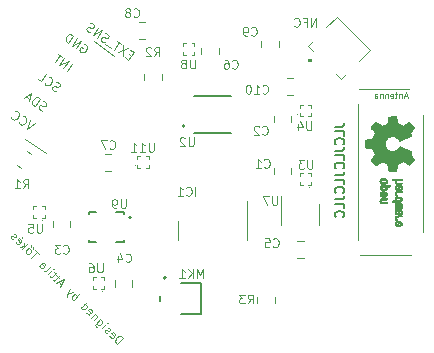
<source format=gbr>
G04 #@! TF.GenerationSoftware,KiCad,Pcbnew,5.1.9-73d0e3b20d~88~ubuntu20.04.1*
G04 #@! TF.CreationDate,2021-03-19T22:30:43+02:00*
G04 #@! TF.ProjectId,nRF5340-Wearable,6e524635-3334-4302-9d57-65617261626c,rev?*
G04 #@! TF.SameCoordinates,Original*
G04 #@! TF.FileFunction,Legend,Bot*
G04 #@! TF.FilePolarity,Positive*
%FSLAX46Y46*%
G04 Gerber Fmt 4.6, Leading zero omitted, Abs format (unit mm)*
G04 Created by KiCad (PCBNEW 5.1.9-73d0e3b20d~88~ubuntu20.04.1) date 2021-03-19 22:30:43*
%MOMM*%
%LPD*%
G01*
G04 APERTURE LIST*
%ADD10C,0.150000*%
%ADD11C,0.100000*%
%ADD12C,0.090000*%
%ADD13C,0.120000*%
%ADD14C,0.010000*%
%ADD15C,0.060000*%
%ADD16C,0.200000*%
%ADD17C,0.127000*%
G04 APERTURE END LIST*
D10*
X79351904Y-63024761D02*
X79923333Y-63024761D01*
X80037619Y-62986666D01*
X80113809Y-62910476D01*
X80151904Y-62796190D01*
X80151904Y-62720000D01*
X80151904Y-63786666D02*
X80151904Y-63405714D01*
X79351904Y-63405714D01*
X80075714Y-64510476D02*
X80113809Y-64472380D01*
X80151904Y-64358095D01*
X80151904Y-64281904D01*
X80113809Y-64167619D01*
X80037619Y-64091428D01*
X79961428Y-64053333D01*
X79809047Y-64015238D01*
X79694761Y-64015238D01*
X79542380Y-64053333D01*
X79466190Y-64091428D01*
X79390000Y-64167619D01*
X79351904Y-64281904D01*
X79351904Y-64358095D01*
X79390000Y-64472380D01*
X79428095Y-64510476D01*
X79351904Y-65081904D02*
X79923333Y-65081904D01*
X80037619Y-65043809D01*
X80113809Y-64967619D01*
X80151904Y-64853333D01*
X80151904Y-64777142D01*
X80151904Y-65843809D02*
X80151904Y-65462857D01*
X79351904Y-65462857D01*
X80075714Y-66567619D02*
X80113809Y-66529523D01*
X80151904Y-66415238D01*
X80151904Y-66339047D01*
X80113809Y-66224761D01*
X80037619Y-66148571D01*
X79961428Y-66110476D01*
X79809047Y-66072380D01*
X79694761Y-66072380D01*
X79542380Y-66110476D01*
X79466190Y-66148571D01*
X79390000Y-66224761D01*
X79351904Y-66339047D01*
X79351904Y-66415238D01*
X79390000Y-66529523D01*
X79428095Y-66567619D01*
X79351904Y-67139047D02*
X79923333Y-67139047D01*
X80037619Y-67100952D01*
X80113809Y-67024761D01*
X80151904Y-66910476D01*
X80151904Y-66834285D01*
X80151904Y-67900952D02*
X80151904Y-67520000D01*
X79351904Y-67520000D01*
X80075714Y-68624761D02*
X80113809Y-68586666D01*
X80151904Y-68472380D01*
X80151904Y-68396190D01*
X80113809Y-68281904D01*
X80037619Y-68205714D01*
X79961428Y-68167619D01*
X79809047Y-68129523D01*
X79694761Y-68129523D01*
X79542380Y-68167619D01*
X79466190Y-68205714D01*
X79390000Y-68281904D01*
X79351904Y-68396190D01*
X79351904Y-68472380D01*
X79390000Y-68586666D01*
X79428095Y-68624761D01*
X79351904Y-69196190D02*
X79923333Y-69196190D01*
X80037619Y-69158095D01*
X80113809Y-69081904D01*
X80151904Y-68967619D01*
X80151904Y-68891428D01*
X80151904Y-69958095D02*
X80151904Y-69577142D01*
X79351904Y-69577142D01*
X80075714Y-70681904D02*
X80113809Y-70643809D01*
X80151904Y-70529523D01*
X80151904Y-70453333D01*
X80113809Y-70339047D01*
X80037619Y-70262857D01*
X79961428Y-70224761D01*
X79809047Y-70186666D01*
X79694761Y-70186666D01*
X79542380Y-70224761D01*
X79466190Y-70262857D01*
X79390000Y-70339047D01*
X79351904Y-70453333D01*
X79351904Y-70529523D01*
X79390000Y-70643809D01*
X79428095Y-70681904D01*
D11*
X62109936Y-57045936D02*
X61905148Y-56902542D01*
X61592048Y-57162897D02*
X61884602Y-57367746D01*
X62314784Y-56753382D01*
X62022230Y-56548533D01*
X61817442Y-56405139D02*
X60977684Y-56732715D01*
X61407866Y-56118351D02*
X61387260Y-57019503D01*
X61261589Y-56015926D02*
X60910524Y-55770108D01*
X60655874Y-56507381D02*
X61086056Y-55893017D01*
X60380861Y-56402013D02*
X59912774Y-56074255D01*
X59857207Y-55904549D02*
X59748956Y-55872350D01*
X59602679Y-55769926D01*
X59564653Y-55699701D01*
X59555882Y-55649960D01*
X59567596Y-55570964D01*
X59608566Y-55512454D01*
X59678791Y-55474428D01*
X59728532Y-55465657D01*
X59807527Y-55477371D01*
X59945034Y-55530055D01*
X60024030Y-55541770D01*
X60073770Y-55532999D01*
X60143995Y-55494973D01*
X60184965Y-55436462D01*
X60196679Y-55357467D01*
X60187909Y-55307726D01*
X60149883Y-55237501D01*
X60003606Y-55135077D01*
X59895354Y-55102878D01*
X59222358Y-55503622D02*
X59652540Y-54889258D01*
X58871293Y-55257804D01*
X59301475Y-54643440D01*
X58628479Y-55044185D02*
X58520228Y-55011985D01*
X58373951Y-54909561D01*
X58335925Y-54839336D01*
X58327154Y-54789596D01*
X58338868Y-54710600D01*
X58379838Y-54652089D01*
X58450063Y-54614063D01*
X58499804Y-54605292D01*
X58578799Y-54617007D01*
X58716306Y-54669691D01*
X58795302Y-54681405D01*
X58845042Y-54672635D01*
X58915267Y-54634609D01*
X58956237Y-54576098D01*
X58967951Y-54497102D01*
X58959181Y-54447362D01*
X58921155Y-54377136D01*
X58774877Y-54274712D01*
X58666626Y-54242513D01*
X77780714Y-54569285D02*
X77780714Y-53819285D01*
X77352142Y-54569285D01*
X77352142Y-53819285D01*
X76745000Y-54176428D02*
X76995000Y-54176428D01*
X76995000Y-54569285D02*
X76995000Y-53819285D01*
X76637857Y-53819285D01*
X75923571Y-54497857D02*
X75959285Y-54533571D01*
X76066428Y-54569285D01*
X76137857Y-54569285D01*
X76245000Y-54533571D01*
X76316428Y-54462142D01*
X76352142Y-54390714D01*
X76387857Y-54247857D01*
X76387857Y-54140714D01*
X76352142Y-53997857D01*
X76316428Y-53926428D01*
X76245000Y-53855000D01*
X76137857Y-53819285D01*
X76066428Y-53819285D01*
X75959285Y-53855000D01*
X75923571Y-53890714D01*
X60939781Y-81437615D02*
X61434755Y-80942640D01*
X61316904Y-80824789D01*
X61222623Y-80777649D01*
X61128342Y-80777649D01*
X61057632Y-80801219D01*
X60939781Y-80871930D01*
X60869070Y-80942640D01*
X60798359Y-81060491D01*
X60774789Y-81131202D01*
X60774789Y-81225483D01*
X60821930Y-81319764D01*
X60939781Y-81437615D01*
X60279814Y-80730508D02*
X60303385Y-80801219D01*
X60397665Y-80895500D01*
X60468376Y-80919070D01*
X60539087Y-80895500D01*
X60727649Y-80706938D01*
X60751219Y-80636227D01*
X60727649Y-80565517D01*
X60633368Y-80471236D01*
X60562657Y-80447665D01*
X60491946Y-80471236D01*
X60444806Y-80518376D01*
X60633368Y-80801219D01*
X60067682Y-80518376D02*
X59996972Y-80494806D01*
X59902691Y-80400525D01*
X59879120Y-80329814D01*
X59902691Y-80259104D01*
X59926261Y-80235533D01*
X59996972Y-80211963D01*
X60067682Y-80235533D01*
X60138393Y-80306244D01*
X60209104Y-80329814D01*
X60279814Y-80306244D01*
X60303385Y-80282674D01*
X60326955Y-80211963D01*
X60303385Y-80141253D01*
X60232674Y-80070542D01*
X60161963Y-80046972D01*
X59619848Y-80117682D02*
X59949831Y-79787699D01*
X60114823Y-79622708D02*
X60114823Y-79669848D01*
X60067682Y-79669848D01*
X60067682Y-79622708D01*
X60114823Y-79622708D01*
X60067682Y-79669848D01*
X59501997Y-79339865D02*
X59101303Y-79740559D01*
X59077733Y-79811269D01*
X59077733Y-79858410D01*
X59101303Y-79929120D01*
X59172014Y-79999831D01*
X59242724Y-80023401D01*
X59195584Y-79646278D02*
X59219154Y-79716988D01*
X59313435Y-79811269D01*
X59384146Y-79834840D01*
X59431286Y-79834840D01*
X59501997Y-79811269D01*
X59643418Y-79669848D01*
X59666988Y-79599137D01*
X59666988Y-79551997D01*
X59643418Y-79481286D01*
X59549137Y-79387005D01*
X59478427Y-79363435D01*
X59266295Y-79104163D02*
X58936311Y-79434146D01*
X59219154Y-79151303D02*
X59219154Y-79104163D01*
X59195584Y-79033452D01*
X59124873Y-78962741D01*
X59054163Y-78939171D01*
X58983452Y-78962741D01*
X58724179Y-79222014D01*
X58323486Y-78774179D02*
X58347056Y-78844890D01*
X58441337Y-78939171D01*
X58512047Y-78962741D01*
X58582758Y-78939171D01*
X58771320Y-78750609D01*
X58794890Y-78679898D01*
X58771320Y-78609188D01*
X58677039Y-78514907D01*
X58606328Y-78491337D01*
X58535618Y-78514907D01*
X58488477Y-78562047D01*
X58677039Y-78844890D01*
X57852081Y-78349915D02*
X58347056Y-77854941D01*
X57875651Y-78326345D02*
X57899221Y-78397056D01*
X57993502Y-78491337D01*
X58064213Y-78514907D01*
X58111354Y-78514907D01*
X58182064Y-78491337D01*
X58323486Y-78349915D01*
X58347056Y-78279205D01*
X58347056Y-78232064D01*
X58323486Y-78161354D01*
X58229205Y-78067073D01*
X58158494Y-78043502D01*
X57239255Y-77737089D02*
X57734230Y-77242115D01*
X57545668Y-77430677D02*
X57522098Y-77359966D01*
X57427817Y-77265685D01*
X57357106Y-77242115D01*
X57309966Y-77242115D01*
X57239255Y-77265685D01*
X57097834Y-77407106D01*
X57074264Y-77477817D01*
X57074264Y-77524957D01*
X57097834Y-77595668D01*
X57192115Y-77689949D01*
X57262825Y-77713519D01*
X57168544Y-77006412D02*
X56720710Y-77218544D01*
X56932842Y-76770710D02*
X56720710Y-77218544D01*
X56650000Y-77383536D01*
X56650000Y-77430677D01*
X56673570Y-77501387D01*
X56202165Y-76417157D02*
X55966463Y-76181455D01*
X56107884Y-76605719D02*
X56437867Y-75945752D01*
X55777901Y-76275735D01*
X56013603Y-75851471D02*
X55825042Y-75662910D01*
X56107884Y-75615769D02*
X55683620Y-76040033D01*
X55612910Y-76063603D01*
X55542199Y-76040033D01*
X55495058Y-75992893D01*
X55730761Y-75568629D02*
X55542199Y-75380067D01*
X55825042Y-75332926D02*
X55400778Y-75757190D01*
X55330067Y-75780761D01*
X55259356Y-75757190D01*
X55212216Y-75710050D01*
X55047224Y-75545058D02*
X55377207Y-75215075D01*
X55542199Y-75050084D02*
X55542199Y-75097224D01*
X55495058Y-75097224D01*
X55495058Y-75050084D01*
X55542199Y-75050084D01*
X55495058Y-75097224D01*
X54740811Y-75238645D02*
X54811522Y-75262216D01*
X54882233Y-75238645D01*
X55306497Y-74814381D01*
X54340117Y-74837952D02*
X54599390Y-74578679D01*
X54670101Y-74555109D01*
X54740811Y-74578679D01*
X54835092Y-74672960D01*
X54858662Y-74743671D01*
X54363688Y-74814381D02*
X54387258Y-74885092D01*
X54505109Y-75002943D01*
X54575820Y-75026513D01*
X54646530Y-75002943D01*
X54693671Y-74955803D01*
X54717241Y-74885092D01*
X54693671Y-74814381D01*
X54575820Y-74696530D01*
X54552249Y-74625820D01*
X54292977Y-73800862D02*
X54010134Y-73518019D01*
X53656581Y-74154415D02*
X54151556Y-73659440D01*
X53279457Y-73777291D02*
X53350168Y-73800862D01*
X53397308Y-73800862D01*
X53468019Y-73777291D01*
X53609440Y-73635870D01*
X53633011Y-73565159D01*
X53633011Y-73518019D01*
X53609440Y-73447308D01*
X53538730Y-73376598D01*
X53468019Y-73353027D01*
X53420879Y-73353027D01*
X53350168Y-73376598D01*
X53208746Y-73518019D01*
X53185176Y-73588730D01*
X53185176Y-73635870D01*
X53208746Y-73706581D01*
X53279457Y-73777291D01*
X53774432Y-73235176D02*
X53774432Y-73376598D01*
X53609440Y-73070185D02*
X53609440Y-73211606D01*
X52902334Y-73400168D02*
X53397308Y-72905193D01*
X53043755Y-73164466D02*
X52713772Y-73211606D01*
X53043755Y-72881623D02*
X53043755Y-73258746D01*
X52336648Y-72787342D02*
X52360218Y-72858053D01*
X52454499Y-72952334D01*
X52525210Y-72975904D01*
X52595921Y-72952334D01*
X52784482Y-72763772D01*
X52808053Y-72693061D01*
X52784482Y-72622350D01*
X52690202Y-72528069D01*
X52619491Y-72504499D01*
X52548780Y-72528069D01*
X52501640Y-72575210D01*
X52690202Y-72858053D01*
X52878763Y-72339508D02*
X52878763Y-72480929D01*
X52124516Y-72575210D02*
X52053805Y-72551640D01*
X51959525Y-72457359D01*
X51935954Y-72386648D01*
X51959525Y-72315937D01*
X51983095Y-72292367D01*
X52053805Y-72268797D01*
X52124516Y-72292367D01*
X52195227Y-72363078D01*
X52265937Y-72386648D01*
X52336648Y-72363078D01*
X52360218Y-72339508D01*
X52383789Y-72268797D01*
X52360218Y-72198086D01*
X52289508Y-72127376D01*
X52218797Y-72103805D01*
D12*
X85470952Y-60473333D02*
X85232857Y-60473333D01*
X85518571Y-60616190D02*
X85351904Y-60116190D01*
X85185238Y-60616190D01*
X85018571Y-60282857D02*
X85018571Y-60616190D01*
X85018571Y-60330476D02*
X84994761Y-60306666D01*
X84947142Y-60282857D01*
X84875714Y-60282857D01*
X84828095Y-60306666D01*
X84804285Y-60354285D01*
X84804285Y-60616190D01*
X84637619Y-60282857D02*
X84447142Y-60282857D01*
X84566190Y-60116190D02*
X84566190Y-60544761D01*
X84542380Y-60592380D01*
X84494761Y-60616190D01*
X84447142Y-60616190D01*
X84090000Y-60592380D02*
X84137619Y-60616190D01*
X84232857Y-60616190D01*
X84280476Y-60592380D01*
X84304285Y-60544761D01*
X84304285Y-60354285D01*
X84280476Y-60306666D01*
X84232857Y-60282857D01*
X84137619Y-60282857D01*
X84090000Y-60306666D01*
X84066190Y-60354285D01*
X84066190Y-60401904D01*
X84304285Y-60449523D01*
X83851904Y-60282857D02*
X83851904Y-60616190D01*
X83851904Y-60330476D02*
X83828095Y-60306666D01*
X83780476Y-60282857D01*
X83709047Y-60282857D01*
X83661428Y-60306666D01*
X83637619Y-60354285D01*
X83637619Y-60616190D01*
X83399523Y-60282857D02*
X83399523Y-60616190D01*
X83399523Y-60330476D02*
X83375714Y-60306666D01*
X83328095Y-60282857D01*
X83256666Y-60282857D01*
X83209047Y-60306666D01*
X83185238Y-60354285D01*
X83185238Y-60616190D01*
X82732857Y-60616190D02*
X82732857Y-60354285D01*
X82756666Y-60306666D01*
X82804285Y-60282857D01*
X82899523Y-60282857D01*
X82947142Y-60306666D01*
X82732857Y-60592380D02*
X82780476Y-60616190D01*
X82899523Y-60616190D01*
X82947142Y-60592380D01*
X82970952Y-60544761D01*
X82970952Y-60497142D01*
X82947142Y-60449523D01*
X82899523Y-60425714D01*
X82780476Y-60425714D01*
X82732857Y-60401904D01*
D13*
X81310000Y-61140000D02*
X81310000Y-72670000D01*
X85810000Y-73880000D02*
X81470000Y-73880000D01*
X86860000Y-62020000D02*
X86860000Y-71940000D01*
X81430000Y-59880000D02*
X85650000Y-59880000D01*
D14*
G36*
X83149918Y-68279744D02*
G01*
X83177568Y-68335201D01*
X83228480Y-68384148D01*
X83247338Y-68397629D01*
X83272015Y-68412314D01*
X83298816Y-68421842D01*
X83334587Y-68427293D01*
X83386169Y-68429747D01*
X83454267Y-68430286D01*
X83547588Y-68427852D01*
X83617657Y-68419394D01*
X83669931Y-68403174D01*
X83709869Y-68377454D01*
X83742929Y-68340497D01*
X83744886Y-68337782D01*
X83764908Y-68301360D01*
X83774815Y-68257502D01*
X83777257Y-68201724D01*
X83777257Y-68111048D01*
X83865283Y-68111010D01*
X83914308Y-68110166D01*
X83943065Y-68105024D01*
X83960311Y-68091587D01*
X83974808Y-68065858D01*
X83977769Y-68059679D01*
X83991648Y-68030764D01*
X84000414Y-68008376D01*
X84001171Y-67991729D01*
X83991023Y-67980036D01*
X83967073Y-67972510D01*
X83926426Y-67968366D01*
X83866186Y-67966815D01*
X83783455Y-67967071D01*
X83675339Y-67968349D01*
X83643000Y-67968748D01*
X83531524Y-67970185D01*
X83458603Y-67971472D01*
X83458603Y-68110971D01*
X83520499Y-68111755D01*
X83560997Y-68115240D01*
X83587708Y-68123124D01*
X83608244Y-68137105D01*
X83618260Y-68146597D01*
X83647567Y-68185404D01*
X83649952Y-68219763D01*
X83625750Y-68255216D01*
X83624857Y-68256114D01*
X83606153Y-68270539D01*
X83580732Y-68279313D01*
X83541584Y-68283739D01*
X83481697Y-68285118D01*
X83468430Y-68285143D01*
X83385901Y-68281812D01*
X83328691Y-68270969D01*
X83293766Y-68251340D01*
X83278094Y-68221650D01*
X83276514Y-68204491D01*
X83283926Y-68163766D01*
X83308330Y-68135832D01*
X83352980Y-68119017D01*
X83421130Y-68111650D01*
X83458603Y-68110971D01*
X83458603Y-67971472D01*
X83445245Y-67971708D01*
X83380333Y-67973677D01*
X83332958Y-67976450D01*
X83299290Y-67980388D01*
X83275498Y-67985849D01*
X83257753Y-67993192D01*
X83242224Y-68002777D01*
X83236381Y-68006887D01*
X83181185Y-68061405D01*
X83149890Y-68130336D01*
X83141165Y-68210072D01*
X83149918Y-68279744D01*
G37*
X83149918Y-68279744D02*
X83177568Y-68335201D01*
X83228480Y-68384148D01*
X83247338Y-68397629D01*
X83272015Y-68412314D01*
X83298816Y-68421842D01*
X83334587Y-68427293D01*
X83386169Y-68429747D01*
X83454267Y-68430286D01*
X83547588Y-68427852D01*
X83617657Y-68419394D01*
X83669931Y-68403174D01*
X83709869Y-68377454D01*
X83742929Y-68340497D01*
X83744886Y-68337782D01*
X83764908Y-68301360D01*
X83774815Y-68257502D01*
X83777257Y-68201724D01*
X83777257Y-68111048D01*
X83865283Y-68111010D01*
X83914308Y-68110166D01*
X83943065Y-68105024D01*
X83960311Y-68091587D01*
X83974808Y-68065858D01*
X83977769Y-68059679D01*
X83991648Y-68030764D01*
X84000414Y-68008376D01*
X84001171Y-67991729D01*
X83991023Y-67980036D01*
X83967073Y-67972510D01*
X83926426Y-67968366D01*
X83866186Y-67966815D01*
X83783455Y-67967071D01*
X83675339Y-67968349D01*
X83643000Y-67968748D01*
X83531524Y-67970185D01*
X83458603Y-67971472D01*
X83458603Y-68110971D01*
X83520499Y-68111755D01*
X83560997Y-68115240D01*
X83587708Y-68123124D01*
X83608244Y-68137105D01*
X83618260Y-68146597D01*
X83647567Y-68185404D01*
X83649952Y-68219763D01*
X83625750Y-68255216D01*
X83624857Y-68256114D01*
X83606153Y-68270539D01*
X83580732Y-68279313D01*
X83541584Y-68283739D01*
X83481697Y-68285118D01*
X83468430Y-68285143D01*
X83385901Y-68281812D01*
X83328691Y-68270969D01*
X83293766Y-68251340D01*
X83278094Y-68221650D01*
X83276514Y-68204491D01*
X83283926Y-68163766D01*
X83308330Y-68135832D01*
X83352980Y-68119017D01*
X83421130Y-68111650D01*
X83458603Y-68110971D01*
X83458603Y-67971472D01*
X83445245Y-67971708D01*
X83380333Y-67973677D01*
X83332958Y-67976450D01*
X83299290Y-67980388D01*
X83275498Y-67985849D01*
X83257753Y-67993192D01*
X83242224Y-68002777D01*
X83236381Y-68006887D01*
X83181185Y-68061405D01*
X83149890Y-68130336D01*
X83141165Y-68210072D01*
X83149918Y-68279744D01*
G36*
X83157780Y-69396093D02*
G01*
X83184723Y-69442672D01*
X83211466Y-69475057D01*
X83239484Y-69498742D01*
X83273748Y-69515059D01*
X83319227Y-69525339D01*
X83380892Y-69530914D01*
X83463711Y-69533116D01*
X83523246Y-69533371D01*
X83742391Y-69533371D01*
X83770044Y-69471686D01*
X83797697Y-69410000D01*
X83557670Y-69402743D01*
X83468028Y-69399744D01*
X83402962Y-69396598D01*
X83358026Y-69392701D01*
X83328770Y-69387447D01*
X83310748Y-69380231D01*
X83299511Y-69370450D01*
X83297079Y-69367312D01*
X83278083Y-69319761D01*
X83285600Y-69271697D01*
X83305543Y-69243086D01*
X83319675Y-69231447D01*
X83338220Y-69223391D01*
X83366334Y-69218271D01*
X83409173Y-69215441D01*
X83471895Y-69214256D01*
X83537261Y-69214057D01*
X83619268Y-69214018D01*
X83677316Y-69212614D01*
X83716465Y-69207914D01*
X83741780Y-69197987D01*
X83758323Y-69180903D01*
X83771156Y-69154732D01*
X83784491Y-69119775D01*
X83799007Y-69081596D01*
X83541389Y-69086141D01*
X83448519Y-69087971D01*
X83379889Y-69090112D01*
X83330711Y-69093181D01*
X83296198Y-69097794D01*
X83271562Y-69104568D01*
X83252016Y-69114119D01*
X83234770Y-69125634D01*
X83179680Y-69181190D01*
X83147822Y-69248980D01*
X83140191Y-69322713D01*
X83157780Y-69396093D01*
G37*
X83157780Y-69396093D02*
X83184723Y-69442672D01*
X83211466Y-69475057D01*
X83239484Y-69498742D01*
X83273748Y-69515059D01*
X83319227Y-69525339D01*
X83380892Y-69530914D01*
X83463711Y-69533116D01*
X83523246Y-69533371D01*
X83742391Y-69533371D01*
X83770044Y-69471686D01*
X83797697Y-69410000D01*
X83557670Y-69402743D01*
X83468028Y-69399744D01*
X83402962Y-69396598D01*
X83358026Y-69392701D01*
X83328770Y-69387447D01*
X83310748Y-69380231D01*
X83299511Y-69370450D01*
X83297079Y-69367312D01*
X83278083Y-69319761D01*
X83285600Y-69271697D01*
X83305543Y-69243086D01*
X83319675Y-69231447D01*
X83338220Y-69223391D01*
X83366334Y-69218271D01*
X83409173Y-69215441D01*
X83471895Y-69214256D01*
X83537261Y-69214057D01*
X83619268Y-69214018D01*
X83677316Y-69212614D01*
X83716465Y-69207914D01*
X83741780Y-69197987D01*
X83758323Y-69180903D01*
X83771156Y-69154732D01*
X83784491Y-69119775D01*
X83799007Y-69081596D01*
X83541389Y-69086141D01*
X83448519Y-69087971D01*
X83379889Y-69090112D01*
X83330711Y-69093181D01*
X83296198Y-69097794D01*
X83271562Y-69104568D01*
X83252016Y-69114119D01*
X83234770Y-69125634D01*
X83179680Y-69181190D01*
X83147822Y-69248980D01*
X83140191Y-69322713D01*
X83157780Y-69396093D01*
G36*
X83151962Y-67721115D02*
G01*
X83187733Y-67789145D01*
X83245301Y-67839351D01*
X83282312Y-67857185D01*
X83337882Y-67871063D01*
X83408096Y-67878167D01*
X83484727Y-67878840D01*
X83559552Y-67873427D01*
X83624342Y-67862270D01*
X83670873Y-67845714D01*
X83678887Y-67840626D01*
X83738707Y-67780355D01*
X83774535Y-67708769D01*
X83785020Y-67631092D01*
X83768810Y-67552548D01*
X83759092Y-67530689D01*
X83729143Y-67488122D01*
X83689433Y-67450763D01*
X83684397Y-67447232D01*
X83660124Y-67432881D01*
X83634178Y-67423394D01*
X83600022Y-67417790D01*
X83551119Y-67415086D01*
X83480935Y-67414299D01*
X83465200Y-67414286D01*
X83460192Y-67414322D01*
X83460192Y-67559429D01*
X83526430Y-67560273D01*
X83570386Y-67563596D01*
X83598779Y-67570583D01*
X83618325Y-67582416D01*
X83624857Y-67588457D01*
X83649680Y-67623186D01*
X83648548Y-67656903D01*
X83627016Y-67690995D01*
X83604029Y-67711329D01*
X83570478Y-67723371D01*
X83517569Y-67730134D01*
X83511399Y-67730598D01*
X83415513Y-67731752D01*
X83344299Y-67719688D01*
X83298194Y-67694570D01*
X83277635Y-67656560D01*
X83276514Y-67642992D01*
X83282152Y-67607364D01*
X83301686Y-67582994D01*
X83339042Y-67568093D01*
X83398150Y-67560875D01*
X83460192Y-67559429D01*
X83460192Y-67414322D01*
X83390413Y-67414826D01*
X83338159Y-67417096D01*
X83301949Y-67422068D01*
X83275299Y-67430713D01*
X83251722Y-67444005D01*
X83247338Y-67446943D01*
X83188249Y-67496313D01*
X83153947Y-67550109D01*
X83140331Y-67615602D01*
X83139665Y-67637842D01*
X83151962Y-67721115D01*
G37*
X83151962Y-67721115D02*
X83187733Y-67789145D01*
X83245301Y-67839351D01*
X83282312Y-67857185D01*
X83337882Y-67871063D01*
X83408096Y-67878167D01*
X83484727Y-67878840D01*
X83559552Y-67873427D01*
X83624342Y-67862270D01*
X83670873Y-67845714D01*
X83678887Y-67840626D01*
X83738707Y-67780355D01*
X83774535Y-67708769D01*
X83785020Y-67631092D01*
X83768810Y-67552548D01*
X83759092Y-67530689D01*
X83729143Y-67488122D01*
X83689433Y-67450763D01*
X83684397Y-67447232D01*
X83660124Y-67432881D01*
X83634178Y-67423394D01*
X83600022Y-67417790D01*
X83551119Y-67415086D01*
X83480935Y-67414299D01*
X83465200Y-67414286D01*
X83460192Y-67414322D01*
X83460192Y-67559429D01*
X83526430Y-67560273D01*
X83570386Y-67563596D01*
X83598779Y-67570583D01*
X83618325Y-67582416D01*
X83624857Y-67588457D01*
X83649680Y-67623186D01*
X83648548Y-67656903D01*
X83627016Y-67690995D01*
X83604029Y-67711329D01*
X83570478Y-67723371D01*
X83517569Y-67730134D01*
X83511399Y-67730598D01*
X83415513Y-67731752D01*
X83344299Y-67719688D01*
X83298194Y-67694570D01*
X83277635Y-67656560D01*
X83276514Y-67642992D01*
X83282152Y-67607364D01*
X83301686Y-67582994D01*
X83339042Y-67568093D01*
X83398150Y-67560875D01*
X83460192Y-67559429D01*
X83460192Y-67414322D01*
X83390413Y-67414826D01*
X83338159Y-67417096D01*
X83301949Y-67422068D01*
X83275299Y-67430713D01*
X83251722Y-67444005D01*
X83247338Y-67446943D01*
X83188249Y-67496313D01*
X83153947Y-67550109D01*
X83140331Y-67615602D01*
X83139665Y-67637842D01*
X83151962Y-67721115D01*
G36*
X83161239Y-68848303D02*
G01*
X83199735Y-68905527D01*
X83255335Y-68949749D01*
X83326086Y-68976167D01*
X83378162Y-68981510D01*
X83399893Y-68980903D01*
X83416531Y-68975822D01*
X83431437Y-68961855D01*
X83447973Y-68934589D01*
X83469498Y-68889612D01*
X83499374Y-68822511D01*
X83499524Y-68822171D01*
X83527813Y-68760407D01*
X83552933Y-68709759D01*
X83572179Y-68675404D01*
X83582848Y-68662518D01*
X83582934Y-68662514D01*
X83606166Y-68673872D01*
X83631774Y-68700431D01*
X83650221Y-68730923D01*
X83653886Y-68746370D01*
X83641212Y-68788515D01*
X83609471Y-68824808D01*
X83574572Y-68842517D01*
X83548845Y-68859552D01*
X83519546Y-68892922D01*
X83494235Y-68932149D01*
X83480471Y-68966756D01*
X83479714Y-68973993D01*
X83492160Y-68982139D01*
X83523972Y-68982630D01*
X83566866Y-68976643D01*
X83612558Y-68965357D01*
X83652761Y-68949950D01*
X83654322Y-68949171D01*
X83719062Y-68902804D01*
X83763097Y-68842711D01*
X83784711Y-68774465D01*
X83782185Y-68703638D01*
X83753804Y-68635804D01*
X83751808Y-68632788D01*
X83703448Y-68579427D01*
X83640352Y-68544340D01*
X83557387Y-68524922D01*
X83534078Y-68522316D01*
X83424055Y-68517701D01*
X83372748Y-68523233D01*
X83372748Y-68662514D01*
X83404753Y-68664324D01*
X83414093Y-68674222D01*
X83407105Y-68698898D01*
X83390587Y-68737795D01*
X83369881Y-68781275D01*
X83369333Y-68782356D01*
X83349949Y-68819209D01*
X83337013Y-68834000D01*
X83323451Y-68830353D01*
X83305632Y-68814995D01*
X83279845Y-68775923D01*
X83277950Y-68733846D01*
X83296717Y-68696103D01*
X83332915Y-68670034D01*
X83372748Y-68662514D01*
X83372748Y-68523233D01*
X83336027Y-68527194D01*
X83266212Y-68551550D01*
X83217302Y-68585456D01*
X83167878Y-68646653D01*
X83143359Y-68714063D01*
X83141797Y-68782880D01*
X83161239Y-68848303D01*
G37*
X83161239Y-68848303D02*
X83199735Y-68905527D01*
X83255335Y-68949749D01*
X83326086Y-68976167D01*
X83378162Y-68981510D01*
X83399893Y-68980903D01*
X83416531Y-68975822D01*
X83431437Y-68961855D01*
X83447973Y-68934589D01*
X83469498Y-68889612D01*
X83499374Y-68822511D01*
X83499524Y-68822171D01*
X83527813Y-68760407D01*
X83552933Y-68709759D01*
X83572179Y-68675404D01*
X83582848Y-68662518D01*
X83582934Y-68662514D01*
X83606166Y-68673872D01*
X83631774Y-68700431D01*
X83650221Y-68730923D01*
X83653886Y-68746370D01*
X83641212Y-68788515D01*
X83609471Y-68824808D01*
X83574572Y-68842517D01*
X83548845Y-68859552D01*
X83519546Y-68892922D01*
X83494235Y-68932149D01*
X83480471Y-68966756D01*
X83479714Y-68973993D01*
X83492160Y-68982139D01*
X83523972Y-68982630D01*
X83566866Y-68976643D01*
X83612558Y-68965357D01*
X83652761Y-68949950D01*
X83654322Y-68949171D01*
X83719062Y-68902804D01*
X83763097Y-68842711D01*
X83784711Y-68774465D01*
X83782185Y-68703638D01*
X83753804Y-68635804D01*
X83751808Y-68632788D01*
X83703448Y-68579427D01*
X83640352Y-68544340D01*
X83557387Y-68524922D01*
X83534078Y-68522316D01*
X83424055Y-68517701D01*
X83372748Y-68523233D01*
X83372748Y-68662514D01*
X83404753Y-68664324D01*
X83414093Y-68674222D01*
X83407105Y-68698898D01*
X83390587Y-68737795D01*
X83369881Y-68781275D01*
X83369333Y-68782356D01*
X83349949Y-68819209D01*
X83337013Y-68834000D01*
X83323451Y-68830353D01*
X83305632Y-68814995D01*
X83279845Y-68775923D01*
X83277950Y-68733846D01*
X83296717Y-68696103D01*
X83332915Y-68670034D01*
X83372748Y-68662514D01*
X83372748Y-68523233D01*
X83336027Y-68527194D01*
X83266212Y-68551550D01*
X83217302Y-68585456D01*
X83167878Y-68646653D01*
X83143359Y-68714063D01*
X83141797Y-68782880D01*
X83161239Y-68848303D01*
G36*
X84321289Y-67565886D02*
G01*
X84380613Y-67570139D01*
X84415572Y-67575025D01*
X84430820Y-67581795D01*
X84431015Y-67591702D01*
X84429195Y-67594914D01*
X84416015Y-67637644D01*
X84416785Y-67693227D01*
X84430333Y-67749737D01*
X84447861Y-67785082D01*
X84475861Y-67821321D01*
X84507549Y-67847813D01*
X84547813Y-67865999D01*
X84601543Y-67877322D01*
X84673626Y-67883222D01*
X84768951Y-67885143D01*
X84787237Y-67885177D01*
X84992646Y-67885200D01*
X85008580Y-67839491D01*
X85019420Y-67807027D01*
X85024468Y-67789215D01*
X85024514Y-67788691D01*
X85010828Y-67786937D01*
X84973076Y-67785444D01*
X84916224Y-67784326D01*
X84845234Y-67783697D01*
X84802073Y-67783600D01*
X84716973Y-67783398D01*
X84655981Y-67782358D01*
X84614177Y-67779831D01*
X84586642Y-67775164D01*
X84568456Y-67767707D01*
X84554698Y-67756811D01*
X84548073Y-67750007D01*
X84521375Y-67703272D01*
X84519375Y-67652272D01*
X84541955Y-67606001D01*
X84550107Y-67597444D01*
X84565436Y-67584893D01*
X84583618Y-67576188D01*
X84609909Y-67570631D01*
X84649562Y-67567526D01*
X84707832Y-67566176D01*
X84788173Y-67565886D01*
X84992646Y-67565886D01*
X85008580Y-67520177D01*
X85019420Y-67487713D01*
X85024468Y-67469901D01*
X85024514Y-67469377D01*
X85010623Y-67468037D01*
X84971439Y-67466828D01*
X84910700Y-67465801D01*
X84832141Y-67465002D01*
X84739498Y-67464481D01*
X84636509Y-67464286D01*
X84239342Y-67464286D01*
X84219444Y-67511457D01*
X84199547Y-67558629D01*
X84321289Y-67565886D01*
G37*
X84321289Y-67565886D02*
X84380613Y-67570139D01*
X84415572Y-67575025D01*
X84430820Y-67581795D01*
X84431015Y-67591702D01*
X84429195Y-67594914D01*
X84416015Y-67637644D01*
X84416785Y-67693227D01*
X84430333Y-67749737D01*
X84447861Y-67785082D01*
X84475861Y-67821321D01*
X84507549Y-67847813D01*
X84547813Y-67865999D01*
X84601543Y-67877322D01*
X84673626Y-67883222D01*
X84768951Y-67885143D01*
X84787237Y-67885177D01*
X84992646Y-67885200D01*
X85008580Y-67839491D01*
X85019420Y-67807027D01*
X85024468Y-67789215D01*
X85024514Y-67788691D01*
X85010828Y-67786937D01*
X84973076Y-67785444D01*
X84916224Y-67784326D01*
X84845234Y-67783697D01*
X84802073Y-67783600D01*
X84716973Y-67783398D01*
X84655981Y-67782358D01*
X84614177Y-67779831D01*
X84586642Y-67775164D01*
X84568456Y-67767707D01*
X84554698Y-67756811D01*
X84548073Y-67750007D01*
X84521375Y-67703272D01*
X84519375Y-67652272D01*
X84541955Y-67606001D01*
X84550107Y-67597444D01*
X84565436Y-67584893D01*
X84583618Y-67576188D01*
X84609909Y-67570631D01*
X84649562Y-67567526D01*
X84707832Y-67566176D01*
X84788173Y-67565886D01*
X84992646Y-67565886D01*
X85008580Y-67520177D01*
X85019420Y-67487713D01*
X85024468Y-67469901D01*
X85024514Y-67469377D01*
X85010623Y-67468037D01*
X84971439Y-67466828D01*
X84910700Y-67465801D01*
X84832141Y-67465002D01*
X84739498Y-67464481D01*
X84636509Y-67464286D01*
X84239342Y-67464286D01*
X84219444Y-67511457D01*
X84199547Y-67558629D01*
X84321289Y-67565886D01*
G36*
X84420968Y-68229744D02*
G01*
X84442087Y-68286616D01*
X84442493Y-68287267D01*
X84468380Y-68322440D01*
X84498633Y-68348407D01*
X84538058Y-68366670D01*
X84591462Y-68378732D01*
X84663651Y-68386096D01*
X84759432Y-68390264D01*
X84773078Y-68390629D01*
X84978842Y-68395876D01*
X85001678Y-68351716D01*
X85017110Y-68319763D01*
X85024423Y-68300470D01*
X85024514Y-68299578D01*
X85011022Y-68296239D01*
X84974626Y-68293587D01*
X84921452Y-68291956D01*
X84878393Y-68291600D01*
X84808641Y-68291592D01*
X84764837Y-68288403D01*
X84743944Y-68277288D01*
X84742925Y-68253501D01*
X84758741Y-68212296D01*
X84787815Y-68150086D01*
X84811963Y-68104341D01*
X84832913Y-68080813D01*
X84855747Y-68073896D01*
X84856877Y-68073886D01*
X84896212Y-68085299D01*
X84917462Y-68119092D01*
X84920539Y-68170809D01*
X84920006Y-68208061D01*
X84930735Y-68227703D01*
X84956505Y-68239952D01*
X84989337Y-68247002D01*
X85007966Y-68236842D01*
X85010632Y-68233017D01*
X85021340Y-68197001D01*
X85022856Y-68146566D01*
X85015759Y-68094626D01*
X85002788Y-68057822D01*
X84959585Y-68006938D01*
X84899446Y-67978014D01*
X84852462Y-67972286D01*
X84810082Y-67976657D01*
X84775488Y-67992475D01*
X84744763Y-68023797D01*
X84713990Y-68074678D01*
X84679252Y-68149176D01*
X84677288Y-68153714D01*
X84646287Y-68220821D01*
X84620862Y-68262232D01*
X84598014Y-68279981D01*
X84574745Y-68276107D01*
X84548056Y-68252643D01*
X84541914Y-68245627D01*
X84518100Y-68198630D01*
X84519103Y-68149933D01*
X84542451Y-68107522D01*
X84585675Y-68079384D01*
X84594160Y-68076769D01*
X84635308Y-68051308D01*
X84655128Y-68019001D01*
X84674770Y-67972286D01*
X84623950Y-67972286D01*
X84550082Y-67986496D01*
X84482327Y-68028675D01*
X84459661Y-68050624D01*
X84430569Y-68100517D01*
X84417400Y-68163967D01*
X84420968Y-68229744D01*
G37*
X84420968Y-68229744D02*
X84442087Y-68286616D01*
X84442493Y-68287267D01*
X84468380Y-68322440D01*
X84498633Y-68348407D01*
X84538058Y-68366670D01*
X84591462Y-68378732D01*
X84663651Y-68386096D01*
X84759432Y-68390264D01*
X84773078Y-68390629D01*
X84978842Y-68395876D01*
X85001678Y-68351716D01*
X85017110Y-68319763D01*
X85024423Y-68300470D01*
X85024514Y-68299578D01*
X85011022Y-68296239D01*
X84974626Y-68293587D01*
X84921452Y-68291956D01*
X84878393Y-68291600D01*
X84808641Y-68291592D01*
X84764837Y-68288403D01*
X84743944Y-68277288D01*
X84742925Y-68253501D01*
X84758741Y-68212296D01*
X84787815Y-68150086D01*
X84811963Y-68104341D01*
X84832913Y-68080813D01*
X84855747Y-68073896D01*
X84856877Y-68073886D01*
X84896212Y-68085299D01*
X84917462Y-68119092D01*
X84920539Y-68170809D01*
X84920006Y-68208061D01*
X84930735Y-68227703D01*
X84956505Y-68239952D01*
X84989337Y-68247002D01*
X85007966Y-68236842D01*
X85010632Y-68233017D01*
X85021340Y-68197001D01*
X85022856Y-68146566D01*
X85015759Y-68094626D01*
X85002788Y-68057822D01*
X84959585Y-68006938D01*
X84899446Y-67978014D01*
X84852462Y-67972286D01*
X84810082Y-67976657D01*
X84775488Y-67992475D01*
X84744763Y-68023797D01*
X84713990Y-68074678D01*
X84679252Y-68149176D01*
X84677288Y-68153714D01*
X84646287Y-68220821D01*
X84620862Y-68262232D01*
X84598014Y-68279981D01*
X84574745Y-68276107D01*
X84548056Y-68252643D01*
X84541914Y-68245627D01*
X84518100Y-68198630D01*
X84519103Y-68149933D01*
X84542451Y-68107522D01*
X84585675Y-68079384D01*
X84594160Y-68076769D01*
X84635308Y-68051308D01*
X84655128Y-68019001D01*
X84674770Y-67972286D01*
X84623950Y-67972286D01*
X84550082Y-67986496D01*
X84482327Y-68028675D01*
X84459661Y-68050624D01*
X84430569Y-68100517D01*
X84417400Y-68163967D01*
X84420968Y-68229744D01*
G36*
X84419755Y-68719926D02*
G01*
X84444084Y-68785858D01*
X84487117Y-68839273D01*
X84517409Y-68860164D01*
X84572994Y-68882939D01*
X84613186Y-68882466D01*
X84640217Y-68858562D01*
X84644813Y-68849717D01*
X84659144Y-68811530D01*
X84655472Y-68792028D01*
X84631407Y-68785422D01*
X84618114Y-68785086D01*
X84569210Y-68772992D01*
X84534999Y-68741471D01*
X84518476Y-68697659D01*
X84522634Y-68648695D01*
X84544227Y-68608894D01*
X84556544Y-68595450D01*
X84571487Y-68585921D01*
X84594075Y-68579485D01*
X84629328Y-68575317D01*
X84682266Y-68572597D01*
X84757907Y-68570502D01*
X84781857Y-68569960D01*
X84863790Y-68567981D01*
X84921455Y-68565731D01*
X84959608Y-68562357D01*
X84983004Y-68557006D01*
X84996398Y-68548824D01*
X85004545Y-68536959D01*
X85008144Y-68529362D01*
X85020452Y-68497102D01*
X85024514Y-68478111D01*
X85010948Y-68471836D01*
X84969934Y-68468006D01*
X84900999Y-68466600D01*
X84803669Y-68467598D01*
X84788657Y-68467908D01*
X84699859Y-68470101D01*
X84635019Y-68472693D01*
X84589067Y-68476382D01*
X84556935Y-68481864D01*
X84533553Y-68489835D01*
X84513852Y-68500993D01*
X84505410Y-68506830D01*
X84468057Y-68540296D01*
X84439003Y-68577727D01*
X84436467Y-68582309D01*
X84416443Y-68649426D01*
X84419755Y-68719926D01*
G37*
X84419755Y-68719926D02*
X84444084Y-68785858D01*
X84487117Y-68839273D01*
X84517409Y-68860164D01*
X84572994Y-68882939D01*
X84613186Y-68882466D01*
X84640217Y-68858562D01*
X84644813Y-68849717D01*
X84659144Y-68811530D01*
X84655472Y-68792028D01*
X84631407Y-68785422D01*
X84618114Y-68785086D01*
X84569210Y-68772992D01*
X84534999Y-68741471D01*
X84518476Y-68697659D01*
X84522634Y-68648695D01*
X84544227Y-68608894D01*
X84556544Y-68595450D01*
X84571487Y-68585921D01*
X84594075Y-68579485D01*
X84629328Y-68575317D01*
X84682266Y-68572597D01*
X84757907Y-68570502D01*
X84781857Y-68569960D01*
X84863790Y-68567981D01*
X84921455Y-68565731D01*
X84959608Y-68562357D01*
X84983004Y-68557006D01*
X84996398Y-68548824D01*
X85004545Y-68536959D01*
X85008144Y-68529362D01*
X85020452Y-68497102D01*
X85024514Y-68478111D01*
X85010948Y-68471836D01*
X84969934Y-68468006D01*
X84900999Y-68466600D01*
X84803669Y-68467598D01*
X84788657Y-68467908D01*
X84699859Y-68470101D01*
X84635019Y-68472693D01*
X84589067Y-68476382D01*
X84556935Y-68481864D01*
X84533553Y-68489835D01*
X84513852Y-68500993D01*
X84505410Y-68506830D01*
X84468057Y-68540296D01*
X84439003Y-68577727D01*
X84436467Y-68582309D01*
X84416443Y-68649426D01*
X84419755Y-68719926D01*
G36*
X84535358Y-69380117D02*
G01*
X84643837Y-69379933D01*
X84727287Y-69379219D01*
X84789704Y-69377675D01*
X84835085Y-69375001D01*
X84867429Y-69370894D01*
X84890733Y-69365055D01*
X84908995Y-69357182D01*
X84919418Y-69351221D01*
X84975945Y-69301855D01*
X85011377Y-69239264D01*
X85024090Y-69170013D01*
X85012463Y-69100668D01*
X84991568Y-69059375D01*
X84955422Y-69016025D01*
X84911276Y-68986481D01*
X84853462Y-68968655D01*
X84776313Y-68960463D01*
X84719714Y-68959302D01*
X84715647Y-68959458D01*
X84715647Y-69060857D01*
X84780550Y-69061476D01*
X84823514Y-69064314D01*
X84851622Y-69070840D01*
X84871953Y-69082523D01*
X84887288Y-69096483D01*
X84916890Y-69143365D01*
X84919419Y-69193701D01*
X84894705Y-69241276D01*
X84891356Y-69244979D01*
X84873935Y-69260783D01*
X84853209Y-69270693D01*
X84822362Y-69276058D01*
X84774577Y-69278228D01*
X84721748Y-69278571D01*
X84655381Y-69277827D01*
X84611106Y-69274748D01*
X84582009Y-69268061D01*
X84561173Y-69256496D01*
X84550107Y-69247013D01*
X84522198Y-69202960D01*
X84518843Y-69152224D01*
X84540159Y-69103796D01*
X84548073Y-69094450D01*
X84565647Y-69078540D01*
X84586587Y-69068610D01*
X84617782Y-69063278D01*
X84666122Y-69061163D01*
X84715647Y-69060857D01*
X84715647Y-68959458D01*
X84628568Y-68962810D01*
X84560086Y-68974726D01*
X84508600Y-68997135D01*
X84468443Y-69032124D01*
X84447861Y-69059375D01*
X84425625Y-69108907D01*
X84415304Y-69166316D01*
X84418067Y-69219682D01*
X84429212Y-69249543D01*
X84432383Y-69261261D01*
X84420557Y-69269037D01*
X84388866Y-69274465D01*
X84340593Y-69278571D01*
X84286829Y-69283067D01*
X84254482Y-69289313D01*
X84235985Y-69300676D01*
X84223770Y-69320528D01*
X84218362Y-69333000D01*
X84198601Y-69380171D01*
X84535358Y-69380117D01*
G37*
X84535358Y-69380117D02*
X84643837Y-69379933D01*
X84727287Y-69379219D01*
X84789704Y-69377675D01*
X84835085Y-69375001D01*
X84867429Y-69370894D01*
X84890733Y-69365055D01*
X84908995Y-69357182D01*
X84919418Y-69351221D01*
X84975945Y-69301855D01*
X85011377Y-69239264D01*
X85024090Y-69170013D01*
X85012463Y-69100668D01*
X84991568Y-69059375D01*
X84955422Y-69016025D01*
X84911276Y-68986481D01*
X84853462Y-68968655D01*
X84776313Y-68960463D01*
X84719714Y-68959302D01*
X84715647Y-68959458D01*
X84715647Y-69060857D01*
X84780550Y-69061476D01*
X84823514Y-69064314D01*
X84851622Y-69070840D01*
X84871953Y-69082523D01*
X84887288Y-69096483D01*
X84916890Y-69143365D01*
X84919419Y-69193701D01*
X84894705Y-69241276D01*
X84891356Y-69244979D01*
X84873935Y-69260783D01*
X84853209Y-69270693D01*
X84822362Y-69276058D01*
X84774577Y-69278228D01*
X84721748Y-69278571D01*
X84655381Y-69277827D01*
X84611106Y-69274748D01*
X84582009Y-69268061D01*
X84561173Y-69256496D01*
X84550107Y-69247013D01*
X84522198Y-69202960D01*
X84518843Y-69152224D01*
X84540159Y-69103796D01*
X84548073Y-69094450D01*
X84565647Y-69078540D01*
X84586587Y-69068610D01*
X84617782Y-69063278D01*
X84666122Y-69061163D01*
X84715647Y-69060857D01*
X84715647Y-68959458D01*
X84628568Y-68962810D01*
X84560086Y-68974726D01*
X84508600Y-68997135D01*
X84468443Y-69032124D01*
X84447861Y-69059375D01*
X84425625Y-69108907D01*
X84415304Y-69166316D01*
X84418067Y-69219682D01*
X84429212Y-69249543D01*
X84432383Y-69261261D01*
X84420557Y-69269037D01*
X84388866Y-69274465D01*
X84340593Y-69278571D01*
X84286829Y-69283067D01*
X84254482Y-69289313D01*
X84235985Y-69300676D01*
X84223770Y-69320528D01*
X84218362Y-69333000D01*
X84198601Y-69380171D01*
X84535358Y-69380117D01*
G36*
X84428663Y-69969833D02*
G01*
X84466850Y-69972048D01*
X84524886Y-69973784D01*
X84598180Y-69974899D01*
X84675055Y-69975257D01*
X84935196Y-69975257D01*
X84981127Y-69929326D01*
X85009429Y-69897675D01*
X85020893Y-69869890D01*
X85020168Y-69831915D01*
X85018321Y-69816840D01*
X85012948Y-69769726D01*
X85009869Y-69730756D01*
X85009585Y-69721257D01*
X85011445Y-69689233D01*
X85016114Y-69643432D01*
X85018321Y-69625674D01*
X85021735Y-69582057D01*
X85014320Y-69552745D01*
X84991427Y-69523680D01*
X84981127Y-69513188D01*
X84935196Y-69467257D01*
X84448602Y-69467257D01*
X84431758Y-69504226D01*
X84419282Y-69536059D01*
X84414914Y-69554683D01*
X84428718Y-69559458D01*
X84467286Y-69563921D01*
X84526356Y-69567775D01*
X84601663Y-69570722D01*
X84665286Y-69572143D01*
X84915657Y-69576114D01*
X84920556Y-69610759D01*
X84917131Y-69642268D01*
X84906041Y-69657708D01*
X84885308Y-69662023D01*
X84841145Y-69665708D01*
X84779146Y-69668469D01*
X84704909Y-69670012D01*
X84666706Y-69670235D01*
X84446783Y-69670457D01*
X84430849Y-69716166D01*
X84420015Y-69748518D01*
X84414962Y-69766115D01*
X84414914Y-69766623D01*
X84428648Y-69768388D01*
X84466730Y-69770329D01*
X84524482Y-69772282D01*
X84597227Y-69774084D01*
X84665286Y-69775343D01*
X84915657Y-69779314D01*
X84915657Y-69866400D01*
X84687240Y-69870396D01*
X84458822Y-69874392D01*
X84436868Y-69916847D01*
X84421793Y-69948192D01*
X84414951Y-69966744D01*
X84414914Y-69967279D01*
X84428663Y-69969833D01*
G37*
X84428663Y-69969833D02*
X84466850Y-69972048D01*
X84524886Y-69973784D01*
X84598180Y-69974899D01*
X84675055Y-69975257D01*
X84935196Y-69975257D01*
X84981127Y-69929326D01*
X85009429Y-69897675D01*
X85020893Y-69869890D01*
X85020168Y-69831915D01*
X85018321Y-69816840D01*
X85012948Y-69769726D01*
X85009869Y-69730756D01*
X85009585Y-69721257D01*
X85011445Y-69689233D01*
X85016114Y-69643432D01*
X85018321Y-69625674D01*
X85021735Y-69582057D01*
X85014320Y-69552745D01*
X84991427Y-69523680D01*
X84981127Y-69513188D01*
X84935196Y-69467257D01*
X84448602Y-69467257D01*
X84431758Y-69504226D01*
X84419282Y-69536059D01*
X84414914Y-69554683D01*
X84428718Y-69559458D01*
X84467286Y-69563921D01*
X84526356Y-69567775D01*
X84601663Y-69570722D01*
X84665286Y-69572143D01*
X84915657Y-69576114D01*
X84920556Y-69610759D01*
X84917131Y-69642268D01*
X84906041Y-69657708D01*
X84885308Y-69662023D01*
X84841145Y-69665708D01*
X84779146Y-69668469D01*
X84704909Y-69670012D01*
X84666706Y-69670235D01*
X84446783Y-69670457D01*
X84430849Y-69716166D01*
X84420015Y-69748518D01*
X84414962Y-69766115D01*
X84414914Y-69766623D01*
X84428648Y-69768388D01*
X84466730Y-69770329D01*
X84524482Y-69772282D01*
X84597227Y-69774084D01*
X84665286Y-69775343D01*
X84915657Y-69779314D01*
X84915657Y-69866400D01*
X84687240Y-69870396D01*
X84458822Y-69874392D01*
X84436868Y-69916847D01*
X84421793Y-69948192D01*
X84414951Y-69966744D01*
X84414914Y-69967279D01*
X84428663Y-69969833D01*
G36*
X84426335Y-70334876D02*
G01*
X84445344Y-70376667D01*
X84468378Y-70409469D01*
X84494133Y-70433503D01*
X84527358Y-70450097D01*
X84572800Y-70460577D01*
X84635207Y-70466271D01*
X84719327Y-70468507D01*
X84774721Y-70468743D01*
X84990826Y-70468743D01*
X85007670Y-70431774D01*
X85019981Y-70402656D01*
X85024514Y-70388231D01*
X85011025Y-70385472D01*
X84974653Y-70383282D01*
X84921542Y-70381942D01*
X84879372Y-70381657D01*
X84818447Y-70380434D01*
X84770115Y-70377136D01*
X84740518Y-70372321D01*
X84734229Y-70368496D01*
X84740652Y-70342783D01*
X84757125Y-70302418D01*
X84779458Y-70255679D01*
X84803457Y-70210845D01*
X84824930Y-70176193D01*
X84839685Y-70160002D01*
X84839845Y-70159938D01*
X84867152Y-70161330D01*
X84893219Y-70173818D01*
X84914392Y-70195743D01*
X84921474Y-70227743D01*
X84920649Y-70255092D01*
X84920042Y-70293826D01*
X84929116Y-70314158D01*
X84953092Y-70326369D01*
X84957613Y-70327909D01*
X84991806Y-70333203D01*
X85012568Y-70319047D01*
X85022462Y-70282148D01*
X85024292Y-70242289D01*
X85010727Y-70170562D01*
X84991355Y-70133432D01*
X84945845Y-70087576D01*
X84889983Y-70063256D01*
X84830957Y-70061073D01*
X84775953Y-70081629D01*
X84741486Y-70112549D01*
X84722189Y-70143420D01*
X84697759Y-70191942D01*
X84672985Y-70248485D01*
X84669199Y-70257910D01*
X84641791Y-70320019D01*
X84617634Y-70355822D01*
X84593619Y-70367337D01*
X84566635Y-70356580D01*
X84545543Y-70338114D01*
X84519572Y-70294469D01*
X84517624Y-70246446D01*
X84537637Y-70202406D01*
X84577551Y-70170709D01*
X84587848Y-70166549D01*
X84625724Y-70142327D01*
X84653842Y-70106965D01*
X84676917Y-70062343D01*
X84611485Y-70062343D01*
X84571506Y-70064969D01*
X84539997Y-70076230D01*
X84506378Y-70101199D01*
X84480484Y-70125169D01*
X84443817Y-70162441D01*
X84424121Y-70191401D01*
X84416220Y-70222505D01*
X84414914Y-70257713D01*
X84426335Y-70334876D01*
G37*
X84426335Y-70334876D02*
X84445344Y-70376667D01*
X84468378Y-70409469D01*
X84494133Y-70433503D01*
X84527358Y-70450097D01*
X84572800Y-70460577D01*
X84635207Y-70466271D01*
X84719327Y-70468507D01*
X84774721Y-70468743D01*
X84990826Y-70468743D01*
X85007670Y-70431774D01*
X85019981Y-70402656D01*
X85024514Y-70388231D01*
X85011025Y-70385472D01*
X84974653Y-70383282D01*
X84921542Y-70381942D01*
X84879372Y-70381657D01*
X84818447Y-70380434D01*
X84770115Y-70377136D01*
X84740518Y-70372321D01*
X84734229Y-70368496D01*
X84740652Y-70342783D01*
X84757125Y-70302418D01*
X84779458Y-70255679D01*
X84803457Y-70210845D01*
X84824930Y-70176193D01*
X84839685Y-70160002D01*
X84839845Y-70159938D01*
X84867152Y-70161330D01*
X84893219Y-70173818D01*
X84914392Y-70195743D01*
X84921474Y-70227743D01*
X84920649Y-70255092D01*
X84920042Y-70293826D01*
X84929116Y-70314158D01*
X84953092Y-70326369D01*
X84957613Y-70327909D01*
X84991806Y-70333203D01*
X85012568Y-70319047D01*
X85022462Y-70282148D01*
X85024292Y-70242289D01*
X85010727Y-70170562D01*
X84991355Y-70133432D01*
X84945845Y-70087576D01*
X84889983Y-70063256D01*
X84830957Y-70061073D01*
X84775953Y-70081629D01*
X84741486Y-70112549D01*
X84722189Y-70143420D01*
X84697759Y-70191942D01*
X84672985Y-70248485D01*
X84669199Y-70257910D01*
X84641791Y-70320019D01*
X84617634Y-70355822D01*
X84593619Y-70367337D01*
X84566635Y-70356580D01*
X84545543Y-70338114D01*
X84519572Y-70294469D01*
X84517624Y-70246446D01*
X84537637Y-70202406D01*
X84577551Y-70170709D01*
X84587848Y-70166549D01*
X84625724Y-70142327D01*
X84653842Y-70106965D01*
X84676917Y-70062343D01*
X84611485Y-70062343D01*
X84571506Y-70064969D01*
X84539997Y-70076230D01*
X84506378Y-70101199D01*
X84480484Y-70125169D01*
X84443817Y-70162441D01*
X84424121Y-70191401D01*
X84416220Y-70222505D01*
X84414914Y-70257713D01*
X84426335Y-70334876D01*
G36*
X84428752Y-70842600D02*
G01*
X84436334Y-70859948D01*
X84469128Y-70901356D01*
X84516547Y-70936765D01*
X84567151Y-70958664D01*
X84592098Y-70962229D01*
X84626927Y-70950279D01*
X84645357Y-70924067D01*
X84656516Y-70895964D01*
X84658572Y-70883095D01*
X84643649Y-70876829D01*
X84611175Y-70864456D01*
X84596502Y-70859028D01*
X84545744Y-70828590D01*
X84520427Y-70784520D01*
X84521206Y-70728010D01*
X84522203Y-70723825D01*
X84536507Y-70693655D01*
X84564393Y-70671476D01*
X84609287Y-70656327D01*
X84674615Y-70647250D01*
X84763804Y-70643286D01*
X84811261Y-70642914D01*
X84886071Y-70642730D01*
X84937069Y-70641522D01*
X84969471Y-70638309D01*
X84988495Y-70632109D01*
X84999356Y-70621940D01*
X85007272Y-70606819D01*
X85007670Y-70605946D01*
X85019981Y-70576828D01*
X85024514Y-70562403D01*
X85010809Y-70560186D01*
X84972925Y-70558289D01*
X84915715Y-70556847D01*
X84844027Y-70555998D01*
X84791565Y-70555829D01*
X84690047Y-70556692D01*
X84613032Y-70560070D01*
X84556023Y-70567142D01*
X84514526Y-70579088D01*
X84484043Y-70597090D01*
X84460080Y-70622327D01*
X84443355Y-70647247D01*
X84421097Y-70707171D01*
X84416076Y-70776911D01*
X84428752Y-70842600D01*
G37*
X84428752Y-70842600D02*
X84436334Y-70859948D01*
X84469128Y-70901356D01*
X84516547Y-70936765D01*
X84567151Y-70958664D01*
X84592098Y-70962229D01*
X84626927Y-70950279D01*
X84645357Y-70924067D01*
X84656516Y-70895964D01*
X84658572Y-70883095D01*
X84643649Y-70876829D01*
X84611175Y-70864456D01*
X84596502Y-70859028D01*
X84545744Y-70828590D01*
X84520427Y-70784520D01*
X84521206Y-70728010D01*
X84522203Y-70723825D01*
X84536507Y-70693655D01*
X84564393Y-70671476D01*
X84609287Y-70656327D01*
X84674615Y-70647250D01*
X84763804Y-70643286D01*
X84811261Y-70642914D01*
X84886071Y-70642730D01*
X84937069Y-70641522D01*
X84969471Y-70638309D01*
X84988495Y-70632109D01*
X84999356Y-70621940D01*
X85007272Y-70606819D01*
X85007670Y-70605946D01*
X85019981Y-70576828D01*
X85024514Y-70562403D01*
X85010809Y-70560186D01*
X84972925Y-70558289D01*
X84915715Y-70556847D01*
X84844027Y-70555998D01*
X84791565Y-70555829D01*
X84690047Y-70556692D01*
X84613032Y-70560070D01*
X84556023Y-70567142D01*
X84514526Y-70579088D01*
X84484043Y-70597090D01*
X84460080Y-70622327D01*
X84443355Y-70647247D01*
X84421097Y-70707171D01*
X84416076Y-70776911D01*
X84428752Y-70842600D01*
G36*
X84436966Y-71343595D02*
G01*
X84474497Y-71401021D01*
X84508096Y-71428719D01*
X84569064Y-71450662D01*
X84617308Y-71452405D01*
X84681816Y-71448457D01*
X84746934Y-71299686D01*
X84780202Y-71227349D01*
X84806964Y-71180084D01*
X84830144Y-71155507D01*
X84852667Y-71151237D01*
X84877455Y-71164889D01*
X84893886Y-71179943D01*
X84920235Y-71223746D01*
X84922081Y-71271389D01*
X84901546Y-71315145D01*
X84860752Y-71347289D01*
X84846347Y-71353038D01*
X84801356Y-71380576D01*
X84782182Y-71412258D01*
X84765779Y-71455714D01*
X84827966Y-71455714D01*
X84870283Y-71451872D01*
X84905969Y-71436823D01*
X84946943Y-71405280D01*
X84952267Y-71400592D01*
X84988720Y-71365506D01*
X85008283Y-71335347D01*
X85017283Y-71297615D01*
X85020230Y-71266335D01*
X85020965Y-71210385D01*
X85011660Y-71170555D01*
X84997846Y-71145708D01*
X84967467Y-71106656D01*
X84934613Y-71079625D01*
X84893294Y-71062517D01*
X84837521Y-71053238D01*
X84761305Y-71049693D01*
X84722622Y-71049410D01*
X84676247Y-71050372D01*
X84676247Y-71138007D01*
X84701126Y-71139023D01*
X84705200Y-71141556D01*
X84699665Y-71158274D01*
X84685017Y-71194249D01*
X84664190Y-71242331D01*
X84659714Y-71252386D01*
X84628814Y-71313152D01*
X84601657Y-71346632D01*
X84576220Y-71353990D01*
X84550481Y-71336391D01*
X84539109Y-71321856D01*
X84516364Y-71269410D01*
X84520122Y-71220322D01*
X84547884Y-71179227D01*
X84597152Y-71150758D01*
X84636257Y-71141631D01*
X84676247Y-71138007D01*
X84676247Y-71050372D01*
X84632249Y-71051285D01*
X84565384Y-71058196D01*
X84516695Y-71071884D01*
X84480849Y-71094096D01*
X84452513Y-71126574D01*
X84443355Y-71140733D01*
X84419507Y-71205053D01*
X84418006Y-71275473D01*
X84436966Y-71343595D01*
G37*
X84436966Y-71343595D02*
X84474497Y-71401021D01*
X84508096Y-71428719D01*
X84569064Y-71450662D01*
X84617308Y-71452405D01*
X84681816Y-71448457D01*
X84746934Y-71299686D01*
X84780202Y-71227349D01*
X84806964Y-71180084D01*
X84830144Y-71155507D01*
X84852667Y-71151237D01*
X84877455Y-71164889D01*
X84893886Y-71179943D01*
X84920235Y-71223746D01*
X84922081Y-71271389D01*
X84901546Y-71315145D01*
X84860752Y-71347289D01*
X84846347Y-71353038D01*
X84801356Y-71380576D01*
X84782182Y-71412258D01*
X84765779Y-71455714D01*
X84827966Y-71455714D01*
X84870283Y-71451872D01*
X84905969Y-71436823D01*
X84946943Y-71405280D01*
X84952267Y-71400592D01*
X84988720Y-71365506D01*
X85008283Y-71335347D01*
X85017283Y-71297615D01*
X85020230Y-71266335D01*
X85020965Y-71210385D01*
X85011660Y-71170555D01*
X84997846Y-71145708D01*
X84967467Y-71106656D01*
X84934613Y-71079625D01*
X84893294Y-71062517D01*
X84837521Y-71053238D01*
X84761305Y-71049693D01*
X84722622Y-71049410D01*
X84676247Y-71050372D01*
X84676247Y-71138007D01*
X84701126Y-71139023D01*
X84705200Y-71141556D01*
X84699665Y-71158274D01*
X84685017Y-71194249D01*
X84664190Y-71242331D01*
X84659714Y-71252386D01*
X84628814Y-71313152D01*
X84601657Y-71346632D01*
X84576220Y-71353990D01*
X84550481Y-71336391D01*
X84539109Y-71321856D01*
X84516364Y-71269410D01*
X84520122Y-71220322D01*
X84547884Y-71179227D01*
X84597152Y-71150758D01*
X84636257Y-71141631D01*
X84676247Y-71138007D01*
X84676247Y-71050372D01*
X84632249Y-71051285D01*
X84565384Y-71058196D01*
X84516695Y-71071884D01*
X84480849Y-71094096D01*
X84452513Y-71126574D01*
X84443355Y-71140733D01*
X84419507Y-71205053D01*
X84418006Y-71275473D01*
X84436966Y-71343595D01*
G36*
X81932348Y-64573910D02*
G01*
X81932778Y-64652454D01*
X81933942Y-64709298D01*
X81936207Y-64748105D01*
X81939940Y-64772538D01*
X81945506Y-64786262D01*
X81953273Y-64792940D01*
X81963605Y-64796236D01*
X81964943Y-64796556D01*
X81989079Y-64801562D01*
X82036701Y-64810829D01*
X82102741Y-64823392D01*
X82182128Y-64838287D01*
X82269796Y-64854551D01*
X82272875Y-64855119D01*
X82358789Y-64871410D01*
X82434696Y-64886652D01*
X82496045Y-64899861D01*
X82538282Y-64910054D01*
X82556855Y-64916248D01*
X82557184Y-64916543D01*
X82566253Y-64934788D01*
X82581367Y-64972405D01*
X82599262Y-65021271D01*
X82599358Y-65021543D01*
X82622493Y-65083093D01*
X82651965Y-65155657D01*
X82681597Y-65224057D01*
X82683062Y-65227294D01*
X82733626Y-65338702D01*
X82565160Y-65585399D01*
X82513803Y-65661077D01*
X82467889Y-65729631D01*
X82430030Y-65787088D01*
X82402837Y-65829476D01*
X82388921Y-65852825D01*
X82387889Y-65855042D01*
X82392484Y-65872010D01*
X82414655Y-65903701D01*
X82455447Y-65951352D01*
X82515905Y-66016198D01*
X82580227Y-66082397D01*
X82643612Y-66146214D01*
X82701451Y-66203329D01*
X82750175Y-66250305D01*
X82786210Y-66283703D01*
X82805984Y-66300085D01*
X82807002Y-66300694D01*
X82820572Y-66302505D01*
X82842733Y-66295683D01*
X82876478Y-66278540D01*
X82924800Y-66249393D01*
X82990692Y-66206555D01*
X83075517Y-66149448D01*
X83150177Y-66098766D01*
X83217140Y-66053461D01*
X83272516Y-66016150D01*
X83312420Y-65989452D01*
X83332962Y-65975985D01*
X83334356Y-65975137D01*
X83354038Y-65976781D01*
X83392293Y-65989245D01*
X83441889Y-66010048D01*
X83457728Y-66017462D01*
X83528290Y-66049814D01*
X83608353Y-66084328D01*
X83677629Y-66112365D01*
X83729045Y-66132568D01*
X83768119Y-66148615D01*
X83788541Y-66157888D01*
X83790114Y-66159041D01*
X83792721Y-66176096D01*
X83799863Y-66216298D01*
X83810523Y-66274302D01*
X83823685Y-66344763D01*
X83838333Y-66422335D01*
X83853449Y-66501672D01*
X83868018Y-66577431D01*
X83881022Y-66644264D01*
X83891445Y-66696828D01*
X83898270Y-66729776D01*
X83900199Y-66737857D01*
X83904962Y-66746205D01*
X83915718Y-66752506D01*
X83936098Y-66757045D01*
X83969734Y-66760104D01*
X84020255Y-66761967D01*
X84091292Y-66762918D01*
X84186476Y-66763240D01*
X84225492Y-66763257D01*
X84542799Y-66763257D01*
X84557839Y-66687057D01*
X84565995Y-66644663D01*
X84577899Y-66581400D01*
X84592116Y-66504962D01*
X84607210Y-66423043D01*
X84611355Y-66400400D01*
X84626053Y-66324806D01*
X84640505Y-66258953D01*
X84653375Y-66208366D01*
X84663322Y-66178574D01*
X84666287Y-66173612D01*
X84687283Y-66161426D01*
X84727967Y-66143953D01*
X84780322Y-66124577D01*
X84791600Y-66120734D01*
X84861523Y-66095339D01*
X84940418Y-66063817D01*
X85011266Y-66032969D01*
X85011595Y-66032817D01*
X85122733Y-65981447D01*
X85371253Y-66150399D01*
X85619772Y-66319352D01*
X85837058Y-66102429D01*
X85901726Y-66036819D01*
X85958733Y-65976979D01*
X86005033Y-65926267D01*
X86037584Y-65888046D01*
X86053343Y-65865675D01*
X86054343Y-65862466D01*
X86046469Y-65843626D01*
X86024578Y-65805180D01*
X85991267Y-65751330D01*
X85949131Y-65686276D01*
X85901943Y-65615940D01*
X85853810Y-65544555D01*
X85811928Y-65480908D01*
X85778871Y-65429041D01*
X85757218Y-65392995D01*
X85749543Y-65376867D01*
X85756037Y-65357189D01*
X85773150Y-65319875D01*
X85797326Y-65272621D01*
X85800013Y-65267612D01*
X85831927Y-65203977D01*
X85847579Y-65160341D01*
X85847745Y-65133202D01*
X85833204Y-65119057D01*
X85833000Y-65118975D01*
X85815779Y-65111905D01*
X85774899Y-65095042D01*
X85713525Y-65069695D01*
X85634819Y-65037171D01*
X85541947Y-64998778D01*
X85438072Y-64955822D01*
X85337502Y-64914222D01*
X85226516Y-64868504D01*
X85123703Y-64826526D01*
X85032215Y-64789548D01*
X84955201Y-64758827D01*
X84895815Y-64735622D01*
X84857209Y-64721190D01*
X84842800Y-64716743D01*
X84826272Y-64727896D01*
X84799930Y-64757069D01*
X84770887Y-64795971D01*
X84679039Y-64906757D01*
X84573759Y-64993351D01*
X84457266Y-65054716D01*
X84331776Y-65089815D01*
X84199507Y-65097608D01*
X84138457Y-65091943D01*
X84011795Y-65061078D01*
X83899941Y-65007920D01*
X83804001Y-64935767D01*
X83725076Y-64847917D01*
X83664270Y-64747665D01*
X83622687Y-64638310D01*
X83601428Y-64523147D01*
X83601599Y-64405475D01*
X83624301Y-64288590D01*
X83670638Y-64175789D01*
X83741713Y-64070369D01*
X83781911Y-64026368D01*
X83885129Y-63941979D01*
X83997925Y-63883222D01*
X84117010Y-63849704D01*
X84239095Y-63841035D01*
X84360893Y-63856823D01*
X84479116Y-63896678D01*
X84590475Y-63960207D01*
X84691684Y-64047021D01*
X84770887Y-64144029D01*
X84801162Y-64184437D01*
X84827219Y-64212982D01*
X84842825Y-64223257D01*
X84859843Y-64217877D01*
X84900500Y-64202575D01*
X84961642Y-64178612D01*
X85040119Y-64147244D01*
X85132780Y-64109732D01*
X85236472Y-64067333D01*
X85337526Y-64025663D01*
X85448607Y-63979690D01*
X85551541Y-63937107D01*
X85643165Y-63899221D01*
X85720316Y-63867340D01*
X85779831Y-63842771D01*
X85818544Y-63826820D01*
X85833000Y-63820910D01*
X85847685Y-63806948D01*
X85847642Y-63779940D01*
X85832099Y-63736413D01*
X85800284Y-63672890D01*
X85800013Y-63672388D01*
X85775323Y-63624560D01*
X85757338Y-63585897D01*
X85749614Y-63564095D01*
X85749543Y-63563133D01*
X85757378Y-63546721D01*
X85779165Y-63510487D01*
X85812328Y-63458474D01*
X85854291Y-63394725D01*
X85901943Y-63324060D01*
X85950191Y-63252116D01*
X85992151Y-63187274D01*
X86025227Y-63133735D01*
X86046821Y-63095697D01*
X86054343Y-63077533D01*
X86044457Y-63060808D01*
X86016826Y-63027180D01*
X85974495Y-62980010D01*
X85920505Y-62922658D01*
X85857899Y-62858484D01*
X85836983Y-62837497D01*
X85619623Y-62620499D01*
X85377220Y-62785668D01*
X85302781Y-62835864D01*
X85235972Y-62879919D01*
X85180665Y-62915362D01*
X85140729Y-62939719D01*
X85120036Y-62950522D01*
X85118563Y-62950838D01*
X85099058Y-62945143D01*
X85059822Y-62929826D01*
X85007430Y-62907537D01*
X84972355Y-62891893D01*
X84905201Y-62862641D01*
X84837358Y-62835094D01*
X84780034Y-62813737D01*
X84762572Y-62807935D01*
X84715938Y-62791452D01*
X84679905Y-62775340D01*
X84666287Y-62766490D01*
X84657952Y-62746960D01*
X84646137Y-62704334D01*
X84632181Y-62644145D01*
X84617422Y-62571922D01*
X84611355Y-62539600D01*
X84596273Y-62457522D01*
X84581669Y-62378795D01*
X84568980Y-62311109D01*
X84559642Y-62262160D01*
X84557839Y-62252943D01*
X84542799Y-62176743D01*
X84225492Y-62176743D01*
X84121154Y-62176914D01*
X84042213Y-62177616D01*
X83985038Y-62179134D01*
X83945999Y-62181749D01*
X83921465Y-62185746D01*
X83907805Y-62191409D01*
X83901389Y-62199020D01*
X83900199Y-62202143D01*
X83895980Y-62220978D01*
X83887562Y-62262588D01*
X83875961Y-62321630D01*
X83862195Y-62392757D01*
X83847280Y-62470625D01*
X83832232Y-62549887D01*
X83818069Y-62625198D01*
X83805806Y-62691213D01*
X83796461Y-62742587D01*
X83791050Y-62773975D01*
X83790114Y-62780959D01*
X83777596Y-62787285D01*
X83744246Y-62801290D01*
X83696377Y-62820355D01*
X83677629Y-62827634D01*
X83605195Y-62856996D01*
X83525170Y-62891571D01*
X83457728Y-62922537D01*
X83406159Y-62945323D01*
X83363785Y-62960482D01*
X83337834Y-62965542D01*
X83334356Y-62964736D01*
X83317936Y-62954041D01*
X83281417Y-62929620D01*
X83228687Y-62894095D01*
X83163635Y-62850087D01*
X83090151Y-62800217D01*
X83075645Y-62790356D01*
X82989704Y-62732492D01*
X82924261Y-62689956D01*
X82876304Y-62661054D01*
X82842820Y-62644090D01*
X82820795Y-62637367D01*
X82807217Y-62639190D01*
X82807131Y-62639236D01*
X82789297Y-62653586D01*
X82754817Y-62685323D01*
X82707268Y-62731010D01*
X82650222Y-62787204D01*
X82587255Y-62850468D01*
X82580227Y-62857602D01*
X82503020Y-62937330D01*
X82446330Y-62998857D01*
X82409110Y-63043421D01*
X82390315Y-63072257D01*
X82387889Y-63084958D01*
X82398471Y-63103494D01*
X82422916Y-63141961D01*
X82458612Y-63196386D01*
X82502947Y-63262798D01*
X82553311Y-63337225D01*
X82565160Y-63354601D01*
X82733626Y-63601297D01*
X82683062Y-63712706D01*
X82653595Y-63780457D01*
X82623959Y-63853183D01*
X82600330Y-63915703D01*
X82599358Y-63918457D01*
X82581457Y-63967360D01*
X82566320Y-64005057D01*
X82557210Y-64023425D01*
X82557184Y-64023456D01*
X82540717Y-64029285D01*
X82500219Y-64039192D01*
X82440242Y-64052195D01*
X82365340Y-64067309D01*
X82280064Y-64083552D01*
X82272875Y-64084881D01*
X82185014Y-64101175D01*
X82105260Y-64116133D01*
X82038681Y-64128791D01*
X81990347Y-64138186D01*
X81965325Y-64143354D01*
X81964943Y-64143444D01*
X81954299Y-64146589D01*
X81946262Y-64152704D01*
X81940467Y-64165453D01*
X81936547Y-64188500D01*
X81934135Y-64225509D01*
X81932865Y-64280144D01*
X81932371Y-64356067D01*
X81932286Y-64456944D01*
X81932286Y-64470000D01*
X81932348Y-64573910D01*
G37*
X81932348Y-64573910D02*
X81932778Y-64652454D01*
X81933942Y-64709298D01*
X81936207Y-64748105D01*
X81939940Y-64772538D01*
X81945506Y-64786262D01*
X81953273Y-64792940D01*
X81963605Y-64796236D01*
X81964943Y-64796556D01*
X81989079Y-64801562D01*
X82036701Y-64810829D01*
X82102741Y-64823392D01*
X82182128Y-64838287D01*
X82269796Y-64854551D01*
X82272875Y-64855119D01*
X82358789Y-64871410D01*
X82434696Y-64886652D01*
X82496045Y-64899861D01*
X82538282Y-64910054D01*
X82556855Y-64916248D01*
X82557184Y-64916543D01*
X82566253Y-64934788D01*
X82581367Y-64972405D01*
X82599262Y-65021271D01*
X82599358Y-65021543D01*
X82622493Y-65083093D01*
X82651965Y-65155657D01*
X82681597Y-65224057D01*
X82683062Y-65227294D01*
X82733626Y-65338702D01*
X82565160Y-65585399D01*
X82513803Y-65661077D01*
X82467889Y-65729631D01*
X82430030Y-65787088D01*
X82402837Y-65829476D01*
X82388921Y-65852825D01*
X82387889Y-65855042D01*
X82392484Y-65872010D01*
X82414655Y-65903701D01*
X82455447Y-65951352D01*
X82515905Y-66016198D01*
X82580227Y-66082397D01*
X82643612Y-66146214D01*
X82701451Y-66203329D01*
X82750175Y-66250305D01*
X82786210Y-66283703D01*
X82805984Y-66300085D01*
X82807002Y-66300694D01*
X82820572Y-66302505D01*
X82842733Y-66295683D01*
X82876478Y-66278540D01*
X82924800Y-66249393D01*
X82990692Y-66206555D01*
X83075517Y-66149448D01*
X83150177Y-66098766D01*
X83217140Y-66053461D01*
X83272516Y-66016150D01*
X83312420Y-65989452D01*
X83332962Y-65975985D01*
X83334356Y-65975137D01*
X83354038Y-65976781D01*
X83392293Y-65989245D01*
X83441889Y-66010048D01*
X83457728Y-66017462D01*
X83528290Y-66049814D01*
X83608353Y-66084328D01*
X83677629Y-66112365D01*
X83729045Y-66132568D01*
X83768119Y-66148615D01*
X83788541Y-66157888D01*
X83790114Y-66159041D01*
X83792721Y-66176096D01*
X83799863Y-66216298D01*
X83810523Y-66274302D01*
X83823685Y-66344763D01*
X83838333Y-66422335D01*
X83853449Y-66501672D01*
X83868018Y-66577431D01*
X83881022Y-66644264D01*
X83891445Y-66696828D01*
X83898270Y-66729776D01*
X83900199Y-66737857D01*
X83904962Y-66746205D01*
X83915718Y-66752506D01*
X83936098Y-66757045D01*
X83969734Y-66760104D01*
X84020255Y-66761967D01*
X84091292Y-66762918D01*
X84186476Y-66763240D01*
X84225492Y-66763257D01*
X84542799Y-66763257D01*
X84557839Y-66687057D01*
X84565995Y-66644663D01*
X84577899Y-66581400D01*
X84592116Y-66504962D01*
X84607210Y-66423043D01*
X84611355Y-66400400D01*
X84626053Y-66324806D01*
X84640505Y-66258953D01*
X84653375Y-66208366D01*
X84663322Y-66178574D01*
X84666287Y-66173612D01*
X84687283Y-66161426D01*
X84727967Y-66143953D01*
X84780322Y-66124577D01*
X84791600Y-66120734D01*
X84861523Y-66095339D01*
X84940418Y-66063817D01*
X85011266Y-66032969D01*
X85011595Y-66032817D01*
X85122733Y-65981447D01*
X85371253Y-66150399D01*
X85619772Y-66319352D01*
X85837058Y-66102429D01*
X85901726Y-66036819D01*
X85958733Y-65976979D01*
X86005033Y-65926267D01*
X86037584Y-65888046D01*
X86053343Y-65865675D01*
X86054343Y-65862466D01*
X86046469Y-65843626D01*
X86024578Y-65805180D01*
X85991267Y-65751330D01*
X85949131Y-65686276D01*
X85901943Y-65615940D01*
X85853810Y-65544555D01*
X85811928Y-65480908D01*
X85778871Y-65429041D01*
X85757218Y-65392995D01*
X85749543Y-65376867D01*
X85756037Y-65357189D01*
X85773150Y-65319875D01*
X85797326Y-65272621D01*
X85800013Y-65267612D01*
X85831927Y-65203977D01*
X85847579Y-65160341D01*
X85847745Y-65133202D01*
X85833204Y-65119057D01*
X85833000Y-65118975D01*
X85815779Y-65111905D01*
X85774899Y-65095042D01*
X85713525Y-65069695D01*
X85634819Y-65037171D01*
X85541947Y-64998778D01*
X85438072Y-64955822D01*
X85337502Y-64914222D01*
X85226516Y-64868504D01*
X85123703Y-64826526D01*
X85032215Y-64789548D01*
X84955201Y-64758827D01*
X84895815Y-64735622D01*
X84857209Y-64721190D01*
X84842800Y-64716743D01*
X84826272Y-64727896D01*
X84799930Y-64757069D01*
X84770887Y-64795971D01*
X84679039Y-64906757D01*
X84573759Y-64993351D01*
X84457266Y-65054716D01*
X84331776Y-65089815D01*
X84199507Y-65097608D01*
X84138457Y-65091943D01*
X84011795Y-65061078D01*
X83899941Y-65007920D01*
X83804001Y-64935767D01*
X83725076Y-64847917D01*
X83664270Y-64747665D01*
X83622687Y-64638310D01*
X83601428Y-64523147D01*
X83601599Y-64405475D01*
X83624301Y-64288590D01*
X83670638Y-64175789D01*
X83741713Y-64070369D01*
X83781911Y-64026368D01*
X83885129Y-63941979D01*
X83997925Y-63883222D01*
X84117010Y-63849704D01*
X84239095Y-63841035D01*
X84360893Y-63856823D01*
X84479116Y-63896678D01*
X84590475Y-63960207D01*
X84691684Y-64047021D01*
X84770887Y-64144029D01*
X84801162Y-64184437D01*
X84827219Y-64212982D01*
X84842825Y-64223257D01*
X84859843Y-64217877D01*
X84900500Y-64202575D01*
X84961642Y-64178612D01*
X85040119Y-64147244D01*
X85132780Y-64109732D01*
X85236472Y-64067333D01*
X85337526Y-64025663D01*
X85448607Y-63979690D01*
X85551541Y-63937107D01*
X85643165Y-63899221D01*
X85720316Y-63867340D01*
X85779831Y-63842771D01*
X85818544Y-63826820D01*
X85833000Y-63820910D01*
X85847685Y-63806948D01*
X85847642Y-63779940D01*
X85832099Y-63736413D01*
X85800284Y-63672890D01*
X85800013Y-63672388D01*
X85775323Y-63624560D01*
X85757338Y-63585897D01*
X85749614Y-63564095D01*
X85749543Y-63563133D01*
X85757378Y-63546721D01*
X85779165Y-63510487D01*
X85812328Y-63458474D01*
X85854291Y-63394725D01*
X85901943Y-63324060D01*
X85950191Y-63252116D01*
X85992151Y-63187274D01*
X86025227Y-63133735D01*
X86046821Y-63095697D01*
X86054343Y-63077533D01*
X86044457Y-63060808D01*
X86016826Y-63027180D01*
X85974495Y-62980010D01*
X85920505Y-62922658D01*
X85857899Y-62858484D01*
X85836983Y-62837497D01*
X85619623Y-62620499D01*
X85377220Y-62785668D01*
X85302781Y-62835864D01*
X85235972Y-62879919D01*
X85180665Y-62915362D01*
X85140729Y-62939719D01*
X85120036Y-62950522D01*
X85118563Y-62950838D01*
X85099058Y-62945143D01*
X85059822Y-62929826D01*
X85007430Y-62907537D01*
X84972355Y-62891893D01*
X84905201Y-62862641D01*
X84837358Y-62835094D01*
X84780034Y-62813737D01*
X84762572Y-62807935D01*
X84715938Y-62791452D01*
X84679905Y-62775340D01*
X84666287Y-62766490D01*
X84657952Y-62746960D01*
X84646137Y-62704334D01*
X84632181Y-62644145D01*
X84617422Y-62571922D01*
X84611355Y-62539600D01*
X84596273Y-62457522D01*
X84581669Y-62378795D01*
X84568980Y-62311109D01*
X84559642Y-62262160D01*
X84557839Y-62252943D01*
X84542799Y-62176743D01*
X84225492Y-62176743D01*
X84121154Y-62176914D01*
X84042213Y-62177616D01*
X83985038Y-62179134D01*
X83945999Y-62181749D01*
X83921465Y-62185746D01*
X83907805Y-62191409D01*
X83901389Y-62199020D01*
X83900199Y-62202143D01*
X83895980Y-62220978D01*
X83887562Y-62262588D01*
X83875961Y-62321630D01*
X83862195Y-62392757D01*
X83847280Y-62470625D01*
X83832232Y-62549887D01*
X83818069Y-62625198D01*
X83805806Y-62691213D01*
X83796461Y-62742587D01*
X83791050Y-62773975D01*
X83790114Y-62780959D01*
X83777596Y-62787285D01*
X83744246Y-62801290D01*
X83696377Y-62820355D01*
X83677629Y-62827634D01*
X83605195Y-62856996D01*
X83525170Y-62891571D01*
X83457728Y-62922537D01*
X83406159Y-62945323D01*
X83363785Y-62960482D01*
X83337834Y-62965542D01*
X83334356Y-62964736D01*
X83317936Y-62954041D01*
X83281417Y-62929620D01*
X83228687Y-62894095D01*
X83163635Y-62850087D01*
X83090151Y-62800217D01*
X83075645Y-62790356D01*
X82989704Y-62732492D01*
X82924261Y-62689956D01*
X82876304Y-62661054D01*
X82842820Y-62644090D01*
X82820795Y-62637367D01*
X82807217Y-62639190D01*
X82807131Y-62639236D01*
X82789297Y-62653586D01*
X82754817Y-62685323D01*
X82707268Y-62731010D01*
X82650222Y-62787204D01*
X82587255Y-62850468D01*
X82580227Y-62857602D01*
X82503020Y-62937330D01*
X82446330Y-62998857D01*
X82409110Y-63043421D01*
X82390315Y-63072257D01*
X82387889Y-63084958D01*
X82398471Y-63103494D01*
X82422916Y-63141961D01*
X82458612Y-63196386D01*
X82502947Y-63262798D01*
X82553311Y-63337225D01*
X82565160Y-63354601D01*
X82733626Y-63601297D01*
X82683062Y-63712706D01*
X82653595Y-63780457D01*
X82623959Y-63853183D01*
X82600330Y-63915703D01*
X82599358Y-63918457D01*
X82581457Y-63967360D01*
X82566320Y-64005057D01*
X82557210Y-64023425D01*
X82557184Y-64023456D01*
X82540717Y-64029285D01*
X82500219Y-64039192D01*
X82440242Y-64052195D01*
X82365340Y-64067309D01*
X82280064Y-64083552D01*
X82272875Y-64084881D01*
X82185014Y-64101175D01*
X82105260Y-64116133D01*
X82038681Y-64128791D01*
X81990347Y-64138186D01*
X81965325Y-64143354D01*
X81964943Y-64143444D01*
X81954299Y-64146589D01*
X81946262Y-64152704D01*
X81940467Y-64165453D01*
X81936547Y-64188500D01*
X81934135Y-64225509D01*
X81932865Y-64280144D01*
X81932371Y-64356067D01*
X81932286Y-64456944D01*
X81932286Y-64470000D01*
X81932348Y-64573910D01*
D11*
X62640000Y-65540000D02*
X62640000Y-65785000D01*
X62885000Y-65540000D02*
X62640000Y-65540000D01*
X62640000Y-66275000D02*
X62640000Y-66520000D01*
X62885000Y-66520000D02*
X62640000Y-66520000D01*
X63620000Y-66520000D02*
X63375000Y-66520000D01*
X63620000Y-66520000D02*
X63620000Y-66275000D01*
X63620000Y-65540000D02*
X63375000Y-65540000D01*
X63620000Y-65785000D02*
X63620000Y-65540000D01*
D15*
X62460000Y-66330000D02*
G75*
G03*
X62460000Y-66330000I-30000J0D01*
G01*
D11*
X67470000Y-55990000D02*
X67225000Y-55990000D01*
X67470000Y-56235000D02*
X67470000Y-55990000D01*
X66735000Y-55990000D02*
X66490000Y-55990000D01*
X66490000Y-56235000D02*
X66490000Y-55990000D01*
X66490000Y-56970000D02*
X66490000Y-56725000D01*
X66490000Y-56970000D02*
X66735000Y-56970000D01*
X67470000Y-56970000D02*
X67470000Y-56725000D01*
X67225000Y-56970000D02*
X67470000Y-56970000D01*
D15*
X66710000Y-55780000D02*
G75*
G03*
X66710000Y-55780000I-30000J0D01*
G01*
D11*
X58860000Y-76770000D02*
X59105000Y-76770000D01*
X58860000Y-76525000D02*
X58860000Y-76770000D01*
X59595000Y-76770000D02*
X59840000Y-76770000D01*
X59840000Y-76525000D02*
X59840000Y-76770000D01*
X59840000Y-75790000D02*
X59840000Y-76035000D01*
X59840000Y-75790000D02*
X59595000Y-75790000D01*
X58860000Y-75790000D02*
X58860000Y-76035000D01*
X59105000Y-75790000D02*
X58860000Y-75790000D01*
D15*
X59680000Y-76980000D02*
G75*
G03*
X59680000Y-76980000I-30000J0D01*
G01*
D11*
X53800000Y-70760000D02*
X54045000Y-70760000D01*
X53800000Y-70515000D02*
X53800000Y-70760000D01*
X54535000Y-70760000D02*
X54780000Y-70760000D01*
X54780000Y-70515000D02*
X54780000Y-70760000D01*
X54780000Y-69780000D02*
X54780000Y-70025000D01*
X54780000Y-69780000D02*
X54535000Y-69780000D01*
X53800000Y-69780000D02*
X53800000Y-70025000D01*
X54045000Y-69780000D02*
X53800000Y-69780000D01*
D15*
X54620000Y-70970000D02*
G75*
G03*
X54620000Y-70970000I-30000J0D01*
G01*
D11*
X76390000Y-61180000D02*
X76390000Y-61425000D01*
X76635000Y-61180000D02*
X76390000Y-61180000D01*
X76390000Y-61915000D02*
X76390000Y-62160000D01*
X76635000Y-62160000D02*
X76390000Y-62160000D01*
X77370000Y-62160000D02*
X77125000Y-62160000D01*
X77370000Y-62160000D02*
X77370000Y-61915000D01*
X77370000Y-61180000D02*
X77125000Y-61180000D01*
X77370000Y-61425000D02*
X77370000Y-61180000D01*
D15*
X76210000Y-61970000D02*
G75*
G03*
X76210000Y-61970000I-30000J0D01*
G01*
D11*
X76390000Y-67980000D02*
X76635000Y-67980000D01*
X76390000Y-67735000D02*
X76390000Y-67980000D01*
X77125000Y-67980000D02*
X77370000Y-67980000D01*
X77370000Y-67735000D02*
X77370000Y-67980000D01*
X77370000Y-67000000D02*
X77370000Y-67245000D01*
X77370000Y-67000000D02*
X77125000Y-67000000D01*
X76390000Y-67000000D02*
X76390000Y-67245000D01*
X76635000Y-67000000D02*
X76390000Y-67000000D01*
D15*
X77210000Y-68190000D02*
G75*
G03*
X77210000Y-68190000I-30000J0D01*
G01*
D11*
X78601472Y-54640101D02*
X79520711Y-53720862D01*
X79520711Y-53720862D02*
X82349138Y-56549289D01*
X82349138Y-56549289D02*
X81429899Y-57468528D01*
X77470101Y-56620000D02*
X77045837Y-56195736D01*
X77045837Y-56195736D02*
X77470101Y-55771472D01*
X79450000Y-58599899D02*
X79874264Y-59024163D01*
X79874264Y-59024163D02*
X80298528Y-58599899D01*
D16*
X77187258Y-57327107D02*
X77187258Y-57327107D01*
X77328680Y-57468528D02*
X77328680Y-57468528D01*
X77328680Y-57468527D02*
G75*
G03*
X77187258Y-57327107I-70711J70710D01*
G01*
X77187258Y-57327106D02*
G75*
G03*
X77328680Y-57468528I70711J-70711D01*
G01*
D13*
X75308748Y-60375000D02*
X75831252Y-60375000D01*
X75308748Y-58905000D02*
X75831252Y-58905000D01*
X73135000Y-55758748D02*
X73135000Y-56281252D01*
X74605000Y-55758748D02*
X74605000Y-56281252D01*
X62748748Y-54155000D02*
X63271252Y-54155000D01*
X62748748Y-55625000D02*
X63271252Y-55625000D01*
X58934020Y-55797761D02*
X60670623Y-57013743D01*
X53129427Y-64087579D02*
X54866029Y-65303561D01*
X72785000Y-77927064D02*
X72785000Y-77472936D01*
X74255000Y-77927064D02*
X74255000Y-77472936D01*
X59868748Y-65335000D02*
X60391252Y-65335000D01*
X59868748Y-66805000D02*
X60391252Y-66805000D01*
X64695000Y-58612936D02*
X64695000Y-59067064D01*
X63225000Y-58612936D02*
X63225000Y-59067064D01*
X52784421Y-66552315D02*
X52412421Y-66291838D01*
X53627579Y-65348162D02*
X53255579Y-65087685D01*
D16*
X62110000Y-70740000D02*
G75*
G03*
X62110000Y-70740000I-100000J0D01*
G01*
D17*
X61510000Y-72790000D02*
X60860000Y-72790000D01*
X61510000Y-72640000D02*
X61510000Y-72790000D01*
X58510000Y-72790000D02*
X59160000Y-72790000D01*
X58510000Y-72640000D02*
X58510000Y-72790000D01*
X58510000Y-70290000D02*
X58510000Y-70440000D01*
X59160000Y-70290000D02*
X58510000Y-70290000D01*
X61510000Y-70290000D02*
X60860000Y-70290000D01*
X61510000Y-70440000D02*
X61510000Y-70290000D01*
X68060000Y-76245000D02*
X66310000Y-76245000D01*
X68060000Y-78895000D02*
X66360000Y-78895000D01*
D16*
X65060000Y-75832500D02*
G75*
G03*
X65060000Y-75832500I-100000J0D01*
G01*
D17*
X68060000Y-76245000D02*
X68060000Y-78895000D01*
X64560000Y-77770000D02*
X64560000Y-77370000D01*
D13*
X69535000Y-56368748D02*
X69535000Y-56891252D01*
X68065000Y-56368748D02*
X68065000Y-56891252D01*
X76188748Y-72725000D02*
X76711252Y-72725000D01*
X76188748Y-74195000D02*
X76711252Y-74195000D01*
X60741000Y-76585252D02*
X60741000Y-76062748D01*
X62211000Y-76585252D02*
X62211000Y-76062748D01*
X56945000Y-71008748D02*
X56945000Y-71531252D01*
X55475000Y-71008748D02*
X55475000Y-71531252D01*
X75665000Y-62118748D02*
X75665000Y-62641252D01*
X74195000Y-62118748D02*
X74195000Y-62641252D01*
X74195000Y-67061252D02*
X74195000Y-66538748D01*
X75665000Y-67061252D02*
X75665000Y-66538748D01*
X74820000Y-71380000D02*
X74820000Y-68930000D01*
X78040000Y-69580000D02*
X78040000Y-71380000D01*
D17*
X67450000Y-60450000D02*
X70550000Y-60450000D01*
X67450000Y-63550000D02*
X70550000Y-63550000D01*
D16*
X66655000Y-62975000D02*
G75*
G03*
X66655000Y-62975000I-100000J0D01*
G01*
D13*
X71900000Y-72660000D02*
X71900000Y-69350000D01*
X66080000Y-71000000D02*
X66080000Y-72640000D01*
D11*
X64028571Y-64409285D02*
X64028571Y-65016428D01*
X63992857Y-65087857D01*
X63957142Y-65123571D01*
X63885714Y-65159285D01*
X63742857Y-65159285D01*
X63671428Y-65123571D01*
X63635714Y-65087857D01*
X63600000Y-65016428D01*
X63600000Y-64409285D01*
X62850000Y-65159285D02*
X63278571Y-65159285D01*
X63064285Y-65159285D02*
X63064285Y-64409285D01*
X63135714Y-64516428D01*
X63207142Y-64587857D01*
X63278571Y-64623571D01*
X62135714Y-65159285D02*
X62564285Y-65159285D01*
X62350000Y-65159285D02*
X62350000Y-64409285D01*
X62421428Y-64516428D01*
X62492857Y-64587857D01*
X62564285Y-64623571D01*
X67531428Y-57359285D02*
X67531428Y-57966428D01*
X67495714Y-58037857D01*
X67460000Y-58073571D01*
X67388571Y-58109285D01*
X67245714Y-58109285D01*
X67174285Y-58073571D01*
X67138571Y-58037857D01*
X67102857Y-57966428D01*
X67102857Y-57359285D01*
X66638571Y-57680714D02*
X66710000Y-57645000D01*
X66745714Y-57609285D01*
X66781428Y-57537857D01*
X66781428Y-57502142D01*
X66745714Y-57430714D01*
X66710000Y-57395000D01*
X66638571Y-57359285D01*
X66495714Y-57359285D01*
X66424285Y-57395000D01*
X66388571Y-57430714D01*
X66352857Y-57502142D01*
X66352857Y-57537857D01*
X66388571Y-57609285D01*
X66424285Y-57645000D01*
X66495714Y-57680714D01*
X66638571Y-57680714D01*
X66710000Y-57716428D01*
X66745714Y-57752142D01*
X66781428Y-57823571D01*
X66781428Y-57966428D01*
X66745714Y-58037857D01*
X66710000Y-58073571D01*
X66638571Y-58109285D01*
X66495714Y-58109285D01*
X66424285Y-58073571D01*
X66388571Y-58037857D01*
X66352857Y-57966428D01*
X66352857Y-57823571D01*
X66388571Y-57752142D01*
X66424285Y-57716428D01*
X66495714Y-57680714D01*
X59691428Y-74609285D02*
X59691428Y-75216428D01*
X59655714Y-75287857D01*
X59620000Y-75323571D01*
X59548571Y-75359285D01*
X59405714Y-75359285D01*
X59334285Y-75323571D01*
X59298571Y-75287857D01*
X59262857Y-75216428D01*
X59262857Y-74609285D01*
X58584285Y-74609285D02*
X58727142Y-74609285D01*
X58798571Y-74645000D01*
X58834285Y-74680714D01*
X58905714Y-74787857D01*
X58941428Y-74930714D01*
X58941428Y-75216428D01*
X58905714Y-75287857D01*
X58870000Y-75323571D01*
X58798571Y-75359285D01*
X58655714Y-75359285D01*
X58584285Y-75323571D01*
X58548571Y-75287857D01*
X58512857Y-75216428D01*
X58512857Y-75037857D01*
X58548571Y-74966428D01*
X58584285Y-74930714D01*
X58655714Y-74895000D01*
X58798571Y-74895000D01*
X58870000Y-74930714D01*
X58905714Y-74966428D01*
X58941428Y-75037857D01*
X54551428Y-71259285D02*
X54551428Y-71866428D01*
X54515714Y-71937857D01*
X54480000Y-71973571D01*
X54408571Y-72009285D01*
X54265714Y-72009285D01*
X54194285Y-71973571D01*
X54158571Y-71937857D01*
X54122857Y-71866428D01*
X54122857Y-71259285D01*
X53408571Y-71259285D02*
X53765714Y-71259285D01*
X53801428Y-71616428D01*
X53765714Y-71580714D01*
X53694285Y-71545000D01*
X53515714Y-71545000D01*
X53444285Y-71580714D01*
X53408571Y-71616428D01*
X53372857Y-71687857D01*
X53372857Y-71866428D01*
X53408571Y-71937857D01*
X53444285Y-71973571D01*
X53515714Y-72009285D01*
X53694285Y-72009285D01*
X53765714Y-71973571D01*
X53801428Y-71937857D01*
X77371428Y-62579285D02*
X77371428Y-63186428D01*
X77335714Y-63257857D01*
X77300000Y-63293571D01*
X77228571Y-63329285D01*
X77085714Y-63329285D01*
X77014285Y-63293571D01*
X76978571Y-63257857D01*
X76942857Y-63186428D01*
X76942857Y-62579285D01*
X76264285Y-62829285D02*
X76264285Y-63329285D01*
X76442857Y-62543571D02*
X76621428Y-63079285D01*
X76157142Y-63079285D01*
X77461428Y-65839285D02*
X77461428Y-66446428D01*
X77425714Y-66517857D01*
X77390000Y-66553571D01*
X77318571Y-66589285D01*
X77175714Y-66589285D01*
X77104285Y-66553571D01*
X77068571Y-66517857D01*
X77032857Y-66446428D01*
X77032857Y-65839285D01*
X76747142Y-65839285D02*
X76282857Y-65839285D01*
X76532857Y-66125000D01*
X76425714Y-66125000D01*
X76354285Y-66160714D01*
X76318571Y-66196428D01*
X76282857Y-66267857D01*
X76282857Y-66446428D01*
X76318571Y-66517857D01*
X76354285Y-66553571D01*
X76425714Y-66589285D01*
X76640000Y-66589285D01*
X76711428Y-66553571D01*
X76747142Y-66517857D01*
X73242142Y-60167857D02*
X73277857Y-60203571D01*
X73385000Y-60239285D01*
X73456428Y-60239285D01*
X73563571Y-60203571D01*
X73635000Y-60132142D01*
X73670714Y-60060714D01*
X73706428Y-59917857D01*
X73706428Y-59810714D01*
X73670714Y-59667857D01*
X73635000Y-59596428D01*
X73563571Y-59525000D01*
X73456428Y-59489285D01*
X73385000Y-59489285D01*
X73277857Y-59525000D01*
X73242142Y-59560714D01*
X72527857Y-60239285D02*
X72956428Y-60239285D01*
X72742142Y-60239285D02*
X72742142Y-59489285D01*
X72813571Y-59596428D01*
X72885000Y-59667857D01*
X72956428Y-59703571D01*
X72063571Y-59489285D02*
X71992142Y-59489285D01*
X71920714Y-59525000D01*
X71885000Y-59560714D01*
X71849285Y-59632142D01*
X71813571Y-59775000D01*
X71813571Y-59953571D01*
X71849285Y-60096428D01*
X71885000Y-60167857D01*
X71920714Y-60203571D01*
X71992142Y-60239285D01*
X72063571Y-60239285D01*
X72135000Y-60203571D01*
X72170714Y-60167857D01*
X72206428Y-60096428D01*
X72242142Y-59953571D01*
X72242142Y-59775000D01*
X72206428Y-59632142D01*
X72170714Y-59560714D01*
X72135000Y-59525000D01*
X72063571Y-59489285D01*
X72295000Y-55267857D02*
X72330714Y-55303571D01*
X72437857Y-55339285D01*
X72509285Y-55339285D01*
X72616428Y-55303571D01*
X72687857Y-55232142D01*
X72723571Y-55160714D01*
X72759285Y-55017857D01*
X72759285Y-54910714D01*
X72723571Y-54767857D01*
X72687857Y-54696428D01*
X72616428Y-54625000D01*
X72509285Y-54589285D01*
X72437857Y-54589285D01*
X72330714Y-54625000D01*
X72295000Y-54660714D01*
X71937857Y-55339285D02*
X71795000Y-55339285D01*
X71723571Y-55303571D01*
X71687857Y-55267857D01*
X71616428Y-55160714D01*
X71580714Y-55017857D01*
X71580714Y-54732142D01*
X71616428Y-54660714D01*
X71652142Y-54625000D01*
X71723571Y-54589285D01*
X71866428Y-54589285D01*
X71937857Y-54625000D01*
X71973571Y-54660714D01*
X72009285Y-54732142D01*
X72009285Y-54910714D01*
X71973571Y-54982142D01*
X71937857Y-55017857D01*
X71866428Y-55053571D01*
X71723571Y-55053571D01*
X71652142Y-55017857D01*
X71616428Y-54982142D01*
X71580714Y-54910714D01*
X62325000Y-53697857D02*
X62360714Y-53733571D01*
X62467857Y-53769285D01*
X62539285Y-53769285D01*
X62646428Y-53733571D01*
X62717857Y-53662142D01*
X62753571Y-53590714D01*
X62789285Y-53447857D01*
X62789285Y-53340714D01*
X62753571Y-53197857D01*
X62717857Y-53126428D01*
X62646428Y-53055000D01*
X62539285Y-53019285D01*
X62467857Y-53019285D01*
X62360714Y-53055000D01*
X62325000Y-53090714D01*
X61896428Y-53340714D02*
X61967857Y-53305000D01*
X62003571Y-53269285D01*
X62039285Y-53197857D01*
X62039285Y-53162142D01*
X62003571Y-53090714D01*
X61967857Y-53055000D01*
X61896428Y-53019285D01*
X61753571Y-53019285D01*
X61682142Y-53055000D01*
X61646428Y-53090714D01*
X61610714Y-53162142D01*
X61610714Y-53197857D01*
X61646428Y-53269285D01*
X61682142Y-53305000D01*
X61753571Y-53340714D01*
X61896428Y-53340714D01*
X61967857Y-53376428D01*
X62003571Y-53412142D01*
X62039285Y-53483571D01*
X62039285Y-53626428D01*
X62003571Y-53697857D01*
X61967857Y-53733571D01*
X61896428Y-53769285D01*
X61753571Y-53769285D01*
X61682142Y-53733571D01*
X61646428Y-53697857D01*
X61610714Y-53626428D01*
X61610714Y-53483571D01*
X61646428Y-53412142D01*
X61682142Y-53376428D01*
X61753571Y-53340714D01*
X53942288Y-62769782D02*
X53307317Y-63240752D01*
X53532712Y-62482994D01*
X52587646Y-62649635D02*
X52596416Y-62699375D01*
X52663698Y-62790085D01*
X52722209Y-62831055D01*
X52830460Y-62863254D01*
X52929940Y-62845713D01*
X53000166Y-62807687D01*
X53111361Y-62711150D01*
X53172815Y-62623384D01*
X53225499Y-62485877D01*
X53237213Y-62406882D01*
X53219672Y-62307401D01*
X53152391Y-62216691D01*
X53093880Y-62175721D01*
X52985629Y-62143522D01*
X52935889Y-62152293D01*
X51973282Y-62219453D02*
X51982052Y-62269193D01*
X52049334Y-62359903D01*
X52107845Y-62400873D01*
X52216096Y-62433072D01*
X52315576Y-62415531D01*
X52385802Y-62377505D01*
X52496996Y-62280968D01*
X52558451Y-62193202D01*
X52611135Y-62055695D01*
X52622849Y-61976699D01*
X52605308Y-61877219D01*
X52538027Y-61786509D01*
X52479516Y-61745539D01*
X52371265Y-61713340D01*
X52321525Y-61722110D01*
X55727658Y-60033210D02*
X55619407Y-60001011D01*
X55473130Y-59898587D01*
X55435104Y-59828362D01*
X55426333Y-59778621D01*
X55438047Y-59699626D01*
X55479017Y-59641115D01*
X55549242Y-59603089D01*
X55598983Y-59594318D01*
X55677978Y-59606033D01*
X55815485Y-59658717D01*
X55894481Y-59670431D01*
X55944221Y-59661660D01*
X56014446Y-59623634D01*
X56055416Y-59565124D01*
X56067130Y-59486128D01*
X56058360Y-59436388D01*
X56020334Y-59366162D01*
X55874056Y-59263738D01*
X55765805Y-59231539D01*
X54782714Y-59327954D02*
X54791484Y-59377695D01*
X54858765Y-59468405D01*
X54917276Y-59509374D01*
X55025528Y-59541574D01*
X55125008Y-59524032D01*
X55195233Y-59486006D01*
X55306428Y-59389470D01*
X55367883Y-59301703D01*
X55420567Y-59164197D01*
X55432281Y-59085201D01*
X55414740Y-58985720D01*
X55347459Y-58895010D01*
X55288948Y-58854041D01*
X55180697Y-58821841D01*
X55130956Y-58830612D01*
X54185891Y-58997253D02*
X54478445Y-59202101D01*
X54908627Y-58587737D01*
X58136407Y-56032768D02*
X58215402Y-56044483D01*
X58303169Y-56105937D01*
X58370450Y-56196647D01*
X58387991Y-56296128D01*
X58376277Y-56375124D01*
X58323593Y-56512630D01*
X58262138Y-56600397D01*
X58150943Y-56696933D01*
X58080718Y-56734959D01*
X57981237Y-56752501D01*
X57872986Y-56720301D01*
X57814475Y-56679332D01*
X57747194Y-56588622D01*
X57738423Y-56538881D01*
X57881818Y-56334093D01*
X57998839Y-56416033D01*
X57434155Y-56413028D02*
X57864337Y-55798664D01*
X57083090Y-56167210D01*
X57513272Y-55552846D01*
X56790535Y-55962361D02*
X57220718Y-55347997D01*
X57074441Y-55245573D01*
X56966189Y-55213374D01*
X56866709Y-55230915D01*
X56796484Y-55268941D01*
X56685289Y-55365477D01*
X56623834Y-55453244D01*
X56571150Y-55590750D01*
X56559436Y-55669746D01*
X56576977Y-55769227D01*
X56644258Y-55859937D01*
X56790535Y-55962361D01*
X56673058Y-58309445D02*
X57103241Y-57695081D01*
X56380504Y-58104596D02*
X56810686Y-57490232D01*
X56029439Y-57858777D01*
X56459621Y-57244413D01*
X56254833Y-57101019D02*
X55903768Y-56855201D01*
X55649118Y-57592474D02*
X56079301Y-56978110D01*
X54600869Y-61673566D02*
X54492617Y-61641367D01*
X54346340Y-61538942D01*
X54308314Y-61468717D01*
X54299544Y-61418977D01*
X54311258Y-61339981D01*
X54352228Y-61281470D01*
X54422453Y-61243444D01*
X54472193Y-61234674D01*
X54551189Y-61246388D01*
X54688696Y-61299072D01*
X54767691Y-61310786D01*
X54817432Y-61302016D01*
X54887657Y-61263990D01*
X54928627Y-61205479D01*
X54940341Y-61126483D01*
X54931570Y-61076743D01*
X54893544Y-61006518D01*
X54747267Y-60904093D01*
X54639016Y-60871894D01*
X53966020Y-61272639D02*
X54396202Y-60658275D01*
X54249925Y-60555851D01*
X54141674Y-60523651D01*
X54042193Y-60541193D01*
X53971968Y-60579219D01*
X53860773Y-60675755D01*
X53799318Y-60763522D01*
X53746634Y-60901028D01*
X53734920Y-60980024D01*
X53752461Y-61079505D01*
X53819742Y-61170215D01*
X53966020Y-61272639D01*
X53503820Y-60687409D02*
X53211266Y-60482560D01*
X53439422Y-60903911D02*
X53664816Y-60146153D01*
X53029846Y-60617123D01*
X71985000Y-77999285D02*
X72235000Y-77642142D01*
X72413571Y-77999285D02*
X72413571Y-77249285D01*
X72127857Y-77249285D01*
X72056428Y-77285000D01*
X72020714Y-77320714D01*
X71985000Y-77392142D01*
X71985000Y-77499285D01*
X72020714Y-77570714D01*
X72056428Y-77606428D01*
X72127857Y-77642142D01*
X72413571Y-77642142D01*
X71735000Y-77249285D02*
X71270714Y-77249285D01*
X71520714Y-77535000D01*
X71413571Y-77535000D01*
X71342142Y-77570714D01*
X71306428Y-77606428D01*
X71270714Y-77677857D01*
X71270714Y-77856428D01*
X71306428Y-77927857D01*
X71342142Y-77963571D01*
X71413571Y-77999285D01*
X71627857Y-77999285D01*
X71699285Y-77963571D01*
X71735000Y-77927857D01*
X60295000Y-64857857D02*
X60330714Y-64893571D01*
X60437857Y-64929285D01*
X60509285Y-64929285D01*
X60616428Y-64893571D01*
X60687857Y-64822142D01*
X60723571Y-64750714D01*
X60759285Y-64607857D01*
X60759285Y-64500714D01*
X60723571Y-64357857D01*
X60687857Y-64286428D01*
X60616428Y-64215000D01*
X60509285Y-64179285D01*
X60437857Y-64179285D01*
X60330714Y-64215000D01*
X60295000Y-64250714D01*
X60045000Y-64179285D02*
X59545000Y-64179285D01*
X59866428Y-64929285D01*
X64085000Y-57059285D02*
X64335000Y-56702142D01*
X64513571Y-57059285D02*
X64513571Y-56309285D01*
X64227857Y-56309285D01*
X64156428Y-56345000D01*
X64120714Y-56380714D01*
X64085000Y-56452142D01*
X64085000Y-56559285D01*
X64120714Y-56630714D01*
X64156428Y-56666428D01*
X64227857Y-56702142D01*
X64513571Y-56702142D01*
X63799285Y-56380714D02*
X63763571Y-56345000D01*
X63692142Y-56309285D01*
X63513571Y-56309285D01*
X63442142Y-56345000D01*
X63406428Y-56380714D01*
X63370714Y-56452142D01*
X63370714Y-56523571D01*
X63406428Y-56630714D01*
X63835000Y-57059285D01*
X63370714Y-57059285D01*
X52975000Y-68239285D02*
X53225000Y-67882142D01*
X53403571Y-68239285D02*
X53403571Y-67489285D01*
X53117857Y-67489285D01*
X53046428Y-67525000D01*
X53010714Y-67560714D01*
X52975000Y-67632142D01*
X52975000Y-67739285D01*
X53010714Y-67810714D01*
X53046428Y-67846428D01*
X53117857Y-67882142D01*
X53403571Y-67882142D01*
X52260714Y-68239285D02*
X52689285Y-68239285D01*
X52475000Y-68239285D02*
X52475000Y-67489285D01*
X52546428Y-67596428D01*
X52617857Y-67667857D01*
X52689285Y-67703571D01*
X61661428Y-69169285D02*
X61661428Y-69776428D01*
X61625714Y-69847857D01*
X61590000Y-69883571D01*
X61518571Y-69919285D01*
X61375714Y-69919285D01*
X61304285Y-69883571D01*
X61268571Y-69847857D01*
X61232857Y-69776428D01*
X61232857Y-69169285D01*
X60840000Y-69919285D02*
X60697142Y-69919285D01*
X60625714Y-69883571D01*
X60590000Y-69847857D01*
X60518571Y-69740714D01*
X60482857Y-69597857D01*
X60482857Y-69312142D01*
X60518571Y-69240714D01*
X60554285Y-69205000D01*
X60625714Y-69169285D01*
X60768571Y-69169285D01*
X60840000Y-69205000D01*
X60875714Y-69240714D01*
X60911428Y-69312142D01*
X60911428Y-69490714D01*
X60875714Y-69562142D01*
X60840000Y-69597857D01*
X60768571Y-69633571D01*
X60625714Y-69633571D01*
X60554285Y-69597857D01*
X60518571Y-69562142D01*
X60482857Y-69490714D01*
X68202142Y-75849285D02*
X68202142Y-75099285D01*
X67952142Y-75635000D01*
X67702142Y-75099285D01*
X67702142Y-75849285D01*
X67345000Y-75849285D02*
X67345000Y-75099285D01*
X66916428Y-75849285D02*
X67237857Y-75420714D01*
X66916428Y-75099285D02*
X67345000Y-75527857D01*
X66202142Y-75849285D02*
X66630714Y-75849285D01*
X66416428Y-75849285D02*
X66416428Y-75099285D01*
X66487857Y-75206428D01*
X66559285Y-75277857D01*
X66630714Y-75313571D01*
X70665000Y-58047857D02*
X70700714Y-58083571D01*
X70807857Y-58119285D01*
X70879285Y-58119285D01*
X70986428Y-58083571D01*
X71057857Y-58012142D01*
X71093571Y-57940714D01*
X71129285Y-57797857D01*
X71129285Y-57690714D01*
X71093571Y-57547857D01*
X71057857Y-57476428D01*
X70986428Y-57405000D01*
X70879285Y-57369285D01*
X70807857Y-57369285D01*
X70700714Y-57405000D01*
X70665000Y-57440714D01*
X70022142Y-57369285D02*
X70165000Y-57369285D01*
X70236428Y-57405000D01*
X70272142Y-57440714D01*
X70343571Y-57547857D01*
X70379285Y-57690714D01*
X70379285Y-57976428D01*
X70343571Y-58047857D01*
X70307857Y-58083571D01*
X70236428Y-58119285D01*
X70093571Y-58119285D01*
X70022142Y-58083571D01*
X69986428Y-58047857D01*
X69950714Y-57976428D01*
X69950714Y-57797857D01*
X69986428Y-57726428D01*
X70022142Y-57690714D01*
X70093571Y-57655000D01*
X70236428Y-57655000D01*
X70307857Y-57690714D01*
X70343571Y-57726428D01*
X70379285Y-57797857D01*
X74125000Y-73165857D02*
X74160714Y-73201571D01*
X74267857Y-73237285D01*
X74339285Y-73237285D01*
X74446428Y-73201571D01*
X74517857Y-73130142D01*
X74553571Y-73058714D01*
X74589285Y-72915857D01*
X74589285Y-72808714D01*
X74553571Y-72665857D01*
X74517857Y-72594428D01*
X74446428Y-72523000D01*
X74339285Y-72487285D01*
X74267857Y-72487285D01*
X74160714Y-72523000D01*
X74125000Y-72558714D01*
X73446428Y-72487285D02*
X73803571Y-72487285D01*
X73839285Y-72844428D01*
X73803571Y-72808714D01*
X73732142Y-72773000D01*
X73553571Y-72773000D01*
X73482142Y-72808714D01*
X73446428Y-72844428D01*
X73410714Y-72915857D01*
X73410714Y-73094428D01*
X73446428Y-73165857D01*
X73482142Y-73201571D01*
X73553571Y-73237285D01*
X73732142Y-73237285D01*
X73803571Y-73201571D01*
X73839285Y-73165857D01*
X61655000Y-74420000D02*
X61690714Y-74453333D01*
X61797857Y-74486666D01*
X61869285Y-74486666D01*
X61976428Y-74453333D01*
X62047857Y-74386666D01*
X62083571Y-74320000D01*
X62119285Y-74186666D01*
X62119285Y-74086666D01*
X62083571Y-73953333D01*
X62047857Y-73886666D01*
X61976428Y-73820000D01*
X61869285Y-73786666D01*
X61797857Y-73786666D01*
X61690714Y-73820000D01*
X61655000Y-73853333D01*
X61012142Y-74020000D02*
X61012142Y-74486666D01*
X61190714Y-73753333D02*
X61369285Y-74253333D01*
X60905000Y-74253333D01*
X56365000Y-73727857D02*
X56400714Y-73763571D01*
X56507857Y-73799285D01*
X56579285Y-73799285D01*
X56686428Y-73763571D01*
X56757857Y-73692142D01*
X56793571Y-73620714D01*
X56829285Y-73477857D01*
X56829285Y-73370714D01*
X56793571Y-73227857D01*
X56757857Y-73156428D01*
X56686428Y-73085000D01*
X56579285Y-73049285D01*
X56507857Y-73049285D01*
X56400714Y-73085000D01*
X56365000Y-73120714D01*
X56115000Y-73049285D02*
X55650714Y-73049285D01*
X55900714Y-73335000D01*
X55793571Y-73335000D01*
X55722142Y-73370714D01*
X55686428Y-73406428D01*
X55650714Y-73477857D01*
X55650714Y-73656428D01*
X55686428Y-73727857D01*
X55722142Y-73763571D01*
X55793571Y-73799285D01*
X56007857Y-73799285D01*
X56079285Y-73763571D01*
X56115000Y-73727857D01*
X73225000Y-63657857D02*
X73260714Y-63693571D01*
X73367857Y-63729285D01*
X73439285Y-63729285D01*
X73546428Y-63693571D01*
X73617857Y-63622142D01*
X73653571Y-63550714D01*
X73689285Y-63407857D01*
X73689285Y-63300714D01*
X73653571Y-63157857D01*
X73617857Y-63086428D01*
X73546428Y-63015000D01*
X73439285Y-62979285D01*
X73367857Y-62979285D01*
X73260714Y-63015000D01*
X73225000Y-63050714D01*
X72939285Y-63050714D02*
X72903571Y-63015000D01*
X72832142Y-62979285D01*
X72653571Y-62979285D01*
X72582142Y-63015000D01*
X72546428Y-63050714D01*
X72510714Y-63122142D01*
X72510714Y-63193571D01*
X72546428Y-63300714D01*
X72975000Y-63729285D01*
X72510714Y-63729285D01*
X73365000Y-66457857D02*
X73400714Y-66493571D01*
X73507857Y-66529285D01*
X73579285Y-66529285D01*
X73686428Y-66493571D01*
X73757857Y-66422142D01*
X73793571Y-66350714D01*
X73829285Y-66207857D01*
X73829285Y-66100714D01*
X73793571Y-65957857D01*
X73757857Y-65886428D01*
X73686428Y-65815000D01*
X73579285Y-65779285D01*
X73507857Y-65779285D01*
X73400714Y-65815000D01*
X73365000Y-65850714D01*
X72650714Y-66529285D02*
X73079285Y-66529285D01*
X72865000Y-66529285D02*
X72865000Y-65779285D01*
X72936428Y-65886428D01*
X73007857Y-65957857D01*
X73079285Y-65993571D01*
X74481428Y-68929285D02*
X74481428Y-69536428D01*
X74445714Y-69607857D01*
X74410000Y-69643571D01*
X74338571Y-69679285D01*
X74195714Y-69679285D01*
X74124285Y-69643571D01*
X74088571Y-69607857D01*
X74052857Y-69536428D01*
X74052857Y-68929285D01*
X73767142Y-68929285D02*
X73267142Y-68929285D01*
X73588571Y-69679285D01*
X67401428Y-63939285D02*
X67401428Y-64546428D01*
X67365714Y-64617857D01*
X67330000Y-64653571D01*
X67258571Y-64689285D01*
X67115714Y-64689285D01*
X67044285Y-64653571D01*
X67008571Y-64617857D01*
X66972857Y-64546428D01*
X66972857Y-63939285D01*
X66651428Y-64010714D02*
X66615714Y-63975000D01*
X66544285Y-63939285D01*
X66365714Y-63939285D01*
X66294285Y-63975000D01*
X66258571Y-64010714D01*
X66222857Y-64082142D01*
X66222857Y-64153571D01*
X66258571Y-64260714D01*
X66687142Y-64689285D01*
X66222857Y-64689285D01*
X67552142Y-68879285D02*
X67552142Y-68129285D01*
X66766428Y-68807857D02*
X66802142Y-68843571D01*
X66909285Y-68879285D01*
X66980714Y-68879285D01*
X67087857Y-68843571D01*
X67159285Y-68772142D01*
X67195000Y-68700714D01*
X67230714Y-68557857D01*
X67230714Y-68450714D01*
X67195000Y-68307857D01*
X67159285Y-68236428D01*
X67087857Y-68165000D01*
X66980714Y-68129285D01*
X66909285Y-68129285D01*
X66802142Y-68165000D01*
X66766428Y-68200714D01*
X66052142Y-68879285D02*
X66480714Y-68879285D01*
X66266428Y-68879285D02*
X66266428Y-68129285D01*
X66337857Y-68236428D01*
X66409285Y-68307857D01*
X66480714Y-68343571D01*
M02*

</source>
